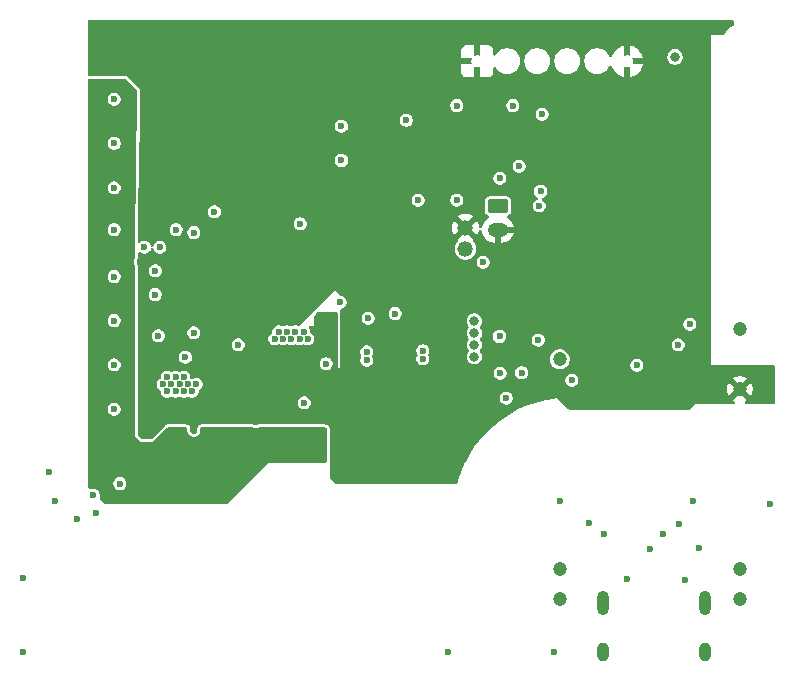
<source format=gbr>
%TF.GenerationSoftware,KiCad,Pcbnew,9.0.2*%
%TF.CreationDate,2025-12-06T18:07:06+09:00*%
%TF.ProjectId,ECG,4543472e-6b69-4636-9164-5f7063625858,rev?*%
%TF.SameCoordinates,Original*%
%TF.FileFunction,Copper,L2,Inr*%
%TF.FilePolarity,Positive*%
%FSLAX46Y46*%
G04 Gerber Fmt 4.6, Leading zero omitted, Abs format (unit mm)*
G04 Created by KiCad (PCBNEW 9.0.2) date 2025-12-06 18:07:06*
%MOMM*%
%LPD*%
G01*
G04 APERTURE LIST*
G04 Aperture macros list*
%AMRoundRect*
0 Rectangle with rounded corners*
0 $1 Rounding radius*
0 $2 $3 $4 $5 $6 $7 $8 $9 X,Y pos of 4 corners*
0 Add a 4 corners polygon primitive as box body*
4,1,4,$2,$3,$4,$5,$6,$7,$8,$9,$2,$3,0*
0 Add four circle primitives for the rounded corners*
1,1,$1+$1,$2,$3*
1,1,$1+$1,$4,$5*
1,1,$1+$1,$6,$7*
1,1,$1+$1,$8,$9*
0 Add four rect primitives between the rounded corners*
20,1,$1+$1,$2,$3,$4,$5,0*
20,1,$1+$1,$4,$5,$6,$7,0*
20,1,$1+$1,$6,$7,$8,$9,0*
20,1,$1+$1,$8,$9,$2,$3,0*%
G04 Aperture macros list end*
%TA.AperFunction,HeatsinkPad*%
%ADD10C,0.600000*%
%TD*%
%TA.AperFunction,ComponentPad*%
%ADD11O,1.000000X2.100000*%
%TD*%
%TA.AperFunction,ComponentPad*%
%ADD12O,1.000000X1.600000*%
%TD*%
%TA.AperFunction,ComponentPad*%
%ADD13C,1.320000*%
%TD*%
%TA.AperFunction,ComponentPad*%
%ADD14C,1.200000*%
%TD*%
%TA.AperFunction,ComponentPad*%
%ADD15RoundRect,0.250000X-0.625000X0.350000X-0.625000X-0.350000X0.625000X-0.350000X0.625000X0.350000X0*%
%TD*%
%TA.AperFunction,ComponentPad*%
%ADD16O,1.750000X1.200000*%
%TD*%
%TA.AperFunction,ViaPad*%
%ADD17C,0.600000*%
%TD*%
%TA.AperFunction,ViaPad*%
%ADD18C,0.800000*%
%TD*%
G04 APERTURE END LIST*
D10*
%TO.N,GNDPWR*%
%TO.C,U2*%
X187250000Y-81110000D03*
X186150000Y-81110000D03*
X187800000Y-81660000D03*
X186700000Y-81660000D03*
X185600000Y-81660000D03*
X187250000Y-82210000D03*
X186150000Y-82210000D03*
X187800000Y-82760000D03*
X186700000Y-82760000D03*
X185600000Y-82760000D03*
X187250000Y-83310000D03*
X186150000Y-83310000D03*
%TD*%
D11*
%TO.N,GND2*%
%TO.C,J2*%
X184930000Y-115370000D03*
D12*
X184930000Y-119550000D03*
D11*
X193570000Y-115370000D03*
D12*
X193570000Y-119550000D03*
%TD*%
D13*
%TO.N,Net-(IC11-TS{slash}MR)*%
%TO.C,TH1*%
X173250000Y-85400000D03*
%TO.N,GNDPWR*%
X173250000Y-83600000D03*
%TD*%
D14*
%TO.N,GND2*%
%TO.C,PS2*%
X181225000Y-115055000D03*
X181225000Y-112515000D03*
%TO.N,Net-(PS2-TRIM)*%
X181225000Y-94735000D03*
%TO.N,Net-(IC11-IN)*%
X196465000Y-92195000D03*
%TO.N,GNDPWR*%
X196465000Y-97275000D03*
%TO.N,Net-(PS2-+VIN_1)*%
X196465000Y-112515000D03*
X196465000Y-115055000D03*
%TD*%
D15*
%TO.N,Net-(BT1-+)*%
%TO.C,BT1*%
X176000000Y-81749999D03*
D16*
%TO.N,GNDPWR*%
X176000000Y-83750000D03*
%TD*%
D17*
%TO.N,+BATT*%
X165000000Y-91249998D03*
X172500000Y-81250000D03*
X176194835Y-95917473D03*
X172500000Y-73250000D03*
X167289359Y-90860705D03*
X177997499Y-95864382D03*
%TO.N,GNDPWR*%
X163700000Y-74900000D03*
X156500000Y-96250000D03*
X167650000Y-93600000D03*
X153750000Y-85000000D03*
X153750000Y-92500000D03*
X169308500Y-70408500D03*
D18*
X162500000Y-104000000D03*
D17*
X178500000Y-84750000D03*
X163750000Y-79500000D03*
X145400000Y-70466000D03*
X170500000Y-90999999D03*
X177000000Y-90150000D03*
X183250000Y-84500000D03*
X148250000Y-82250000D03*
X171750000Y-119500000D03*
X171999999Y-92499999D03*
X166000000Y-101500000D03*
X167650000Y-92900000D03*
X166950000Y-93600001D03*
X135750000Y-113250000D03*
X174249999Y-99250000D03*
X177050000Y-93900000D03*
X160750000Y-96900000D03*
X154300000Y-94900000D03*
X172000000Y-90999999D03*
X184500000Y-85750000D03*
X168750000Y-87500000D03*
X156500000Y-95250000D03*
X171500000Y-81000000D03*
X164050000Y-90999999D03*
X195600000Y-66300000D03*
X146000000Y-90000000D03*
X164228480Y-82726032D03*
X161700000Y-91000000D03*
X163300000Y-90999999D03*
X192250000Y-74000000D03*
X160950000Y-91000000D03*
X153750000Y-91250000D03*
X177200000Y-74500000D03*
X145849000Y-97881000D03*
X144000000Y-105250000D03*
X173500000Y-102250000D03*
X153500000Y-82250000D03*
X145977380Y-82897620D03*
X175249999Y-92105520D03*
X146000000Y-79750000D03*
X177600000Y-66500000D03*
X162150000Y-96900000D03*
X141750000Y-106250000D03*
X148400000Y-70466000D03*
X174250000Y-90250000D03*
X146000000Y-74750000D03*
X181000000Y-78500000D03*
X160400000Y-70466000D03*
X150250000Y-100750000D03*
X162150000Y-98100000D03*
X163250000Y-82500000D03*
X153000000Y-86250000D03*
D18*
X164500000Y-104000000D03*
D17*
X187750000Y-94250000D03*
X151500000Y-86250000D03*
X166950001Y-92900000D03*
X169000000Y-75000000D03*
X161100000Y-97500000D03*
X142000000Y-107750000D03*
X172000000Y-91749999D03*
X159250000Y-91250000D03*
X160750000Y-98100000D03*
X153250000Y-95500000D03*
X186250000Y-92750000D03*
X189000000Y-84000000D03*
X146000000Y-94750000D03*
X160800000Y-72900000D03*
X165750000Y-79500000D03*
X184800000Y-71100000D03*
X146000000Y-76000000D03*
X165049999Y-87549999D03*
X171000000Y-89000000D03*
X151400000Y-70466000D03*
X174250000Y-98500000D03*
X149500000Y-79000000D03*
X135750000Y-119500000D03*
X175250000Y-95250000D03*
X190400000Y-71100000D03*
X161800000Y-97500000D03*
X155500000Y-98250000D03*
X161450000Y-96900000D03*
X145709894Y-86481836D03*
X142400000Y-70466000D03*
X172500000Y-89000000D03*
X160400000Y-97500000D03*
X193000000Y-67800000D03*
X141595495Y-66345045D03*
X177750000Y-93900000D03*
X151500000Y-90250000D03*
X146000000Y-72250000D03*
X171250000Y-90999999D03*
X146000000Y-101000000D03*
X161450000Y-98100000D03*
X138500000Y-106750000D03*
X146000000Y-93500000D03*
X193700000Y-74000000D03*
X153950000Y-95500000D03*
X162850000Y-96900000D03*
X184325000Y-95475000D03*
X193700000Y-88750000D03*
X155750000Y-83250000D03*
X154300000Y-96100000D03*
X153600000Y-96100000D03*
X147750000Y-99250000D03*
X164750000Y-73250000D03*
X157400000Y-70466000D03*
X154400000Y-70466000D03*
X146000000Y-91000000D03*
X162500000Y-97500000D03*
X140325000Y-108250000D03*
X146000000Y-78500000D03*
X174250000Y-97750000D03*
X163200000Y-97500000D03*
X153600000Y-94900000D03*
X174750000Y-87500000D03*
X155500000Y-100000000D03*
X162850000Y-98100000D03*
X154650000Y-95500000D03*
X167000000Y-81000000D03*
X187000000Y-79500000D03*
X178250000Y-83750000D03*
X180800000Y-71300000D03*
D18*
%TO.N,VDD*%
X174000000Y-92500000D03*
D17*
X152000000Y-82250000D03*
X192250000Y-91750000D03*
D18*
X174000000Y-91500000D03*
X174000000Y-94500000D03*
X174000000Y-93500000D03*
D17*
X159250000Y-83250000D03*
D18*
X191000000Y-69125000D03*
D17*
%TO.N,VCC*%
X143500000Y-83750000D03*
X157100000Y-93000000D03*
X157450000Y-92400000D03*
X143500000Y-80225000D03*
X157800000Y-93000000D03*
X143500000Y-72700000D03*
X138000000Y-104250000D03*
X159200000Y-93000000D03*
X143500000Y-87725000D03*
X154000000Y-93500000D03*
X159900000Y-93000000D03*
X158500000Y-93000000D03*
X158150000Y-92400000D03*
X143500000Y-98950000D03*
X143519309Y-76450000D03*
X159550000Y-92400000D03*
X158850000Y-92400000D03*
X143500000Y-91450000D03*
X143500000Y-95200000D03*
%TO.N,VSS*%
X143500000Y-82175000D03*
X143500906Y-74675000D03*
X143500000Y-89708323D03*
X157000000Y-103150000D03*
X142750000Y-106500000D03*
X143500000Y-78425000D03*
X143500000Y-85925000D03*
X158400000Y-103150000D03*
X158050000Y-102550000D03*
X143500000Y-93400000D03*
X158750000Y-102550000D03*
X157700000Y-103150000D03*
X157350000Y-102550000D03*
X143500000Y-97175000D03*
X160850000Y-102550000D03*
X159100000Y-103150000D03*
X160150000Y-102550000D03*
X160500000Y-103150000D03*
X159450000Y-102550000D03*
X159800000Y-103150000D03*
X143500000Y-100925000D03*
X161200000Y-103150000D03*
%TO.N,+5V*%
X164900000Y-94800000D03*
X159601011Y-98431771D03*
X169650000Y-94699999D03*
X162640409Y-89890409D03*
X161450000Y-95099998D03*
X169650000Y-94000000D03*
X164900000Y-94099999D03*
%TO.N,GND*%
X150250000Y-84000000D03*
X148000000Y-97450000D03*
X146074000Y-85250000D03*
X147000000Y-87250000D03*
X148750000Y-83750000D03*
X150250000Y-92500000D03*
X149050000Y-96850000D03*
X149543141Y-94543141D03*
X150100000Y-97450000D03*
X148000000Y-96250000D03*
X147375000Y-85250000D03*
X148700000Y-96250000D03*
X147000000Y-89250000D03*
X149400000Y-96250000D03*
X149400000Y-97450000D03*
X150450000Y-96850000D03*
X147250000Y-92750000D03*
X149750000Y-96850000D03*
X148700000Y-97450000D03*
X148350000Y-96850000D03*
X147650000Y-96850000D03*
%TO.N,Net-(D5-A)*%
X177250000Y-73250000D03*
X179500000Y-81750000D03*
%TO.N,Net-(IC11-IN)*%
X182250000Y-96500000D03*
X176133736Y-92800002D03*
X191250000Y-93500000D03*
X174750000Y-86500000D03*
X187750000Y-95250000D03*
%TO.N,Net-(BT1-+)*%
X179424000Y-93100000D03*
X176719030Y-98014294D03*
%TO.N,Net-(PS2-+VIN_1)*%
X184945000Y-109500000D03*
X186945000Y-113300000D03*
X191845000Y-113400000D03*
%TO.N,GND2*%
X192500000Y-106750000D03*
X199000000Y-107000000D03*
X193000000Y-110700000D03*
X181250000Y-106750000D03*
X183670000Y-108620000D03*
X191290000Y-108640000D03*
X180750000Y-119500000D03*
%TO.N,Net-(U3-UD+)*%
X188849999Y-110819238D03*
X190004620Y-109535380D03*
%TO.N,SCL*%
X169250000Y-81250000D03*
X168250000Y-74500000D03*
%TO.N,PWR-OFF*%
X177798498Y-78400000D03*
X176156463Y-79402000D03*
%TO.N,Net-(LED10-DI)*%
X179604071Y-80523311D03*
X179750000Y-74000000D03*
%TO.N,Net-(U2-EN)*%
X162750000Y-75000000D03*
X162750000Y-77900000D03*
%TD*%
%TA.AperFunction,Conductor*%
%TO.N,VSS*%
G36*
X142281714Y-71004225D02*
G01*
X142288111Y-71005939D01*
X142327525Y-71016500D01*
X142327527Y-71016500D01*
X142472473Y-71016500D01*
X142472475Y-71016500D01*
X142513086Y-71005617D01*
X142518286Y-71004225D01*
X142550379Y-71000000D01*
X144431689Y-71000000D01*
X144498728Y-71019685D01*
X144519370Y-71036319D01*
X145429191Y-71946140D01*
X145444377Y-71973952D01*
X145461062Y-72000908D01*
X145461654Y-72005592D01*
X145462676Y-72007463D01*
X145465492Y-72035923D01*
X145464268Y-72108117D01*
X145460062Y-72138105D01*
X145449500Y-72177526D01*
X145449500Y-72322476D01*
X145455471Y-72344760D01*
X145459678Y-72378953D01*
X145250000Y-84749987D01*
X145250000Y-86144170D01*
X145233388Y-86206169D01*
X145196910Y-86269350D01*
X145196910Y-86269351D01*
X145159394Y-86409361D01*
X145159394Y-86554311D01*
X145193834Y-86682842D01*
X145196911Y-86694325D01*
X145196912Y-86694326D01*
X145233386Y-86757499D01*
X145250000Y-86819500D01*
X145250000Y-101250000D01*
X145750000Y-101750000D01*
X146750000Y-101750000D01*
X147963681Y-100536319D01*
X148025004Y-100502834D01*
X148051362Y-100500000D01*
X149585468Y-100500000D01*
X149652507Y-100519685D01*
X149698262Y-100572489D01*
X149708206Y-100641647D01*
X149705243Y-100656089D01*
X149699500Y-100677525D01*
X149699500Y-100822475D01*
X149737016Y-100962485D01*
X149737017Y-100962488D01*
X149809488Y-101088011D01*
X149809490Y-101088013D01*
X149809491Y-101088015D01*
X149911985Y-101190509D01*
X149911986Y-101190510D01*
X149911988Y-101190511D01*
X150037511Y-101262982D01*
X150037512Y-101262982D01*
X150037515Y-101262984D01*
X150177525Y-101300500D01*
X150177528Y-101300500D01*
X150322472Y-101300500D01*
X150322475Y-101300500D01*
X150462485Y-101262984D01*
X150588015Y-101190509D01*
X150690509Y-101088015D01*
X150762984Y-100962485D01*
X150800500Y-100822475D01*
X150800500Y-100677525D01*
X150794757Y-100656092D01*
X150796420Y-100586243D01*
X150835583Y-100528381D01*
X150899811Y-100500877D01*
X150914532Y-100500000D01*
X155231801Y-100500000D01*
X155278867Y-100512618D01*
X155280005Y-100509873D01*
X155287513Y-100512983D01*
X155287515Y-100512984D01*
X155427525Y-100550500D01*
X155427528Y-100550500D01*
X155572472Y-100550500D01*
X155572475Y-100550500D01*
X155712485Y-100512984D01*
X155712488Y-100512981D01*
X155719995Y-100509873D01*
X155721132Y-100512618D01*
X155768199Y-100500000D01*
X161376000Y-100500000D01*
X161443039Y-100519685D01*
X161488794Y-100572489D01*
X161500000Y-100624000D01*
X161500000Y-103376000D01*
X161480315Y-103443039D01*
X161427511Y-103488794D01*
X161376000Y-103500000D01*
X156499999Y-103500000D01*
X153036319Y-106963681D01*
X152974996Y-106997166D01*
X152948638Y-107000000D01*
X142801362Y-107000000D01*
X142734323Y-106980315D01*
X142713681Y-106963681D01*
X142302935Y-106552935D01*
X142269450Y-106491612D01*
X142270840Y-106433162D01*
X142300500Y-106322475D01*
X142300500Y-106177525D01*
X142262984Y-106037515D01*
X142190509Y-105911985D01*
X142088015Y-105809491D01*
X142088013Y-105809490D01*
X142088011Y-105809488D01*
X141962488Y-105737017D01*
X141962489Y-105737017D01*
X141947751Y-105733068D01*
X141822475Y-105699500D01*
X141677525Y-105699500D01*
X141566837Y-105729158D01*
X141554838Y-105728873D01*
X141543592Y-105733068D01*
X141520557Y-105728057D01*
X141496990Y-105727496D01*
X141485342Y-105720396D01*
X141475319Y-105718216D01*
X141447065Y-105697065D01*
X141286319Y-105536319D01*
X141252834Y-105474996D01*
X141250000Y-105448638D01*
X141250000Y-105177525D01*
X143449500Y-105177525D01*
X143449500Y-105322475D01*
X143483306Y-105448638D01*
X143487017Y-105462488D01*
X143559488Y-105588011D01*
X143559490Y-105588013D01*
X143559491Y-105588015D01*
X143661985Y-105690509D01*
X143661986Y-105690510D01*
X143661988Y-105690511D01*
X143787511Y-105762982D01*
X143787512Y-105762982D01*
X143787515Y-105762984D01*
X143927525Y-105800500D01*
X143927528Y-105800500D01*
X144072472Y-105800500D01*
X144072475Y-105800500D01*
X144212485Y-105762984D01*
X144338015Y-105690509D01*
X144440509Y-105588015D01*
X144512984Y-105462485D01*
X144550500Y-105322475D01*
X144550500Y-105177525D01*
X144512984Y-105037515D01*
X144440509Y-104911985D01*
X144338015Y-104809491D01*
X144338013Y-104809490D01*
X144338011Y-104809488D01*
X144212488Y-104737017D01*
X144212489Y-104737017D01*
X144201006Y-104733940D01*
X144072475Y-104699500D01*
X143927525Y-104699500D01*
X143798993Y-104733940D01*
X143787511Y-104737017D01*
X143661988Y-104809488D01*
X143661982Y-104809493D01*
X143559493Y-104911982D01*
X143559488Y-104911988D01*
X143487017Y-105037511D01*
X143487016Y-105037515D01*
X143449500Y-105177525D01*
X141250000Y-105177525D01*
X141250000Y-98877525D01*
X142949500Y-98877525D01*
X142949500Y-99022475D01*
X142987016Y-99162485D01*
X142987017Y-99162488D01*
X143059488Y-99288011D01*
X143059490Y-99288013D01*
X143059491Y-99288015D01*
X143161985Y-99390509D01*
X143161986Y-99390510D01*
X143161988Y-99390511D01*
X143287511Y-99462982D01*
X143287512Y-99462982D01*
X143287515Y-99462984D01*
X143427525Y-99500500D01*
X143427528Y-99500500D01*
X143572472Y-99500500D01*
X143572475Y-99500500D01*
X143712485Y-99462984D01*
X143838015Y-99390509D01*
X143940509Y-99288015D01*
X144012984Y-99162485D01*
X144050500Y-99022475D01*
X144050500Y-98877525D01*
X144012984Y-98737515D01*
X143940509Y-98611985D01*
X143838015Y-98509491D01*
X143838013Y-98509490D01*
X143838011Y-98509488D01*
X143712488Y-98437017D01*
X143712489Y-98437017D01*
X143691899Y-98431500D01*
X143572475Y-98399500D01*
X143427525Y-98399500D01*
X143308101Y-98431500D01*
X143287511Y-98437017D01*
X143161988Y-98509488D01*
X143161982Y-98509493D01*
X143059493Y-98611982D01*
X143059488Y-98611988D01*
X142987017Y-98737511D01*
X142987016Y-98737515D01*
X142949500Y-98877525D01*
X141250000Y-98877525D01*
X141250000Y-95127525D01*
X142949500Y-95127525D01*
X142949500Y-95272475D01*
X142962898Y-95322475D01*
X142987017Y-95412488D01*
X143059488Y-95538011D01*
X143059490Y-95538013D01*
X143059491Y-95538015D01*
X143161985Y-95640509D01*
X143161986Y-95640510D01*
X143161988Y-95640511D01*
X143287511Y-95712982D01*
X143287512Y-95712982D01*
X143287515Y-95712984D01*
X143427525Y-95750500D01*
X143427528Y-95750500D01*
X143572472Y-95750500D01*
X143572475Y-95750500D01*
X143712485Y-95712984D01*
X143838015Y-95640509D01*
X143940509Y-95538015D01*
X144012984Y-95412485D01*
X144050500Y-95272475D01*
X144050500Y-95127525D01*
X144012984Y-94987515D01*
X144010403Y-94983045D01*
X143940511Y-94861988D01*
X143940506Y-94861982D01*
X143838017Y-94759493D01*
X143838011Y-94759488D01*
X143712488Y-94687017D01*
X143712489Y-94687017D01*
X143701006Y-94683940D01*
X143572475Y-94649500D01*
X143427525Y-94649500D01*
X143298993Y-94683940D01*
X143287511Y-94687017D01*
X143161988Y-94759488D01*
X143161982Y-94759493D01*
X143059493Y-94861982D01*
X143059488Y-94861988D01*
X142987017Y-94987511D01*
X142987016Y-94987515D01*
X142949500Y-95127525D01*
X141250000Y-95127525D01*
X141250000Y-91377525D01*
X142949500Y-91377525D01*
X142949500Y-91522475D01*
X142967062Y-91588015D01*
X142987017Y-91662488D01*
X143059488Y-91788011D01*
X143059490Y-91788013D01*
X143059491Y-91788015D01*
X143161985Y-91890509D01*
X143161986Y-91890510D01*
X143161988Y-91890511D01*
X143287511Y-91962982D01*
X143287512Y-91962982D01*
X143287515Y-91962984D01*
X143427525Y-92000500D01*
X143427528Y-92000500D01*
X143572472Y-92000500D01*
X143572475Y-92000500D01*
X143712485Y-91962984D01*
X143838015Y-91890509D01*
X143940509Y-91788015D01*
X144012984Y-91662485D01*
X144050500Y-91522475D01*
X144050500Y-91377525D01*
X144012984Y-91237515D01*
X144011516Y-91234973D01*
X143940511Y-91111988D01*
X143940506Y-91111982D01*
X143838017Y-91009493D01*
X143838011Y-91009488D01*
X143712488Y-90937017D01*
X143712489Y-90937017D01*
X143701006Y-90933940D01*
X143572475Y-90899500D01*
X143427525Y-90899500D01*
X143298993Y-90933940D01*
X143287511Y-90937017D01*
X143161988Y-91009488D01*
X143161982Y-91009493D01*
X143059493Y-91111982D01*
X143059488Y-91111988D01*
X142987017Y-91237511D01*
X142987016Y-91237515D01*
X142949500Y-91377525D01*
X141250000Y-91377525D01*
X141250000Y-87652525D01*
X142949500Y-87652525D01*
X142949500Y-87797475D01*
X142950311Y-87800500D01*
X142987017Y-87937488D01*
X143059488Y-88063011D01*
X143059490Y-88063013D01*
X143059491Y-88063015D01*
X143161985Y-88165509D01*
X143161986Y-88165510D01*
X143161988Y-88165511D01*
X143287511Y-88237982D01*
X143287512Y-88237982D01*
X143287515Y-88237984D01*
X143427525Y-88275500D01*
X143427528Y-88275500D01*
X143572472Y-88275500D01*
X143572475Y-88275500D01*
X143712485Y-88237984D01*
X143838015Y-88165509D01*
X143940509Y-88063015D01*
X144012984Y-87937485D01*
X144050500Y-87797475D01*
X144050500Y-87652525D01*
X144012984Y-87512515D01*
X143940509Y-87386985D01*
X143838015Y-87284491D01*
X143838013Y-87284490D01*
X143838011Y-87284488D01*
X143712488Y-87212017D01*
X143712489Y-87212017D01*
X143701006Y-87208940D01*
X143572475Y-87174500D01*
X143427525Y-87174500D01*
X143298993Y-87208940D01*
X143287511Y-87212017D01*
X143161988Y-87284488D01*
X143161982Y-87284493D01*
X143059493Y-87386982D01*
X143059488Y-87386988D01*
X142987017Y-87512511D01*
X142987016Y-87512515D01*
X142949500Y-87652525D01*
X141250000Y-87652525D01*
X141250000Y-83677525D01*
X142949500Y-83677525D01*
X142949500Y-83822475D01*
X142987016Y-83962485D01*
X142987017Y-83962488D01*
X143059488Y-84088011D01*
X143059490Y-84088013D01*
X143059491Y-84088015D01*
X143161985Y-84190509D01*
X143161986Y-84190510D01*
X143161988Y-84190511D01*
X143287511Y-84262982D01*
X143287512Y-84262982D01*
X143287515Y-84262984D01*
X143427525Y-84300500D01*
X143427528Y-84300500D01*
X143572472Y-84300500D01*
X143572475Y-84300500D01*
X143712485Y-84262984D01*
X143838015Y-84190509D01*
X143940509Y-84088015D01*
X144012984Y-83962485D01*
X144050500Y-83822475D01*
X144050500Y-83677525D01*
X144012984Y-83537515D01*
X143983828Y-83487016D01*
X143940511Y-83411988D01*
X143940506Y-83411982D01*
X143838017Y-83309493D01*
X143838011Y-83309488D01*
X143712488Y-83237017D01*
X143712489Y-83237017D01*
X143701006Y-83233940D01*
X143572475Y-83199500D01*
X143427525Y-83199500D01*
X143298993Y-83233940D01*
X143287511Y-83237017D01*
X143161988Y-83309488D01*
X143161982Y-83309493D01*
X143059493Y-83411982D01*
X143059488Y-83411988D01*
X142987017Y-83537511D01*
X142987016Y-83537515D01*
X142949500Y-83677525D01*
X141250000Y-83677525D01*
X141250000Y-80152525D01*
X142949500Y-80152525D01*
X142949500Y-80297475D01*
X142950311Y-80300500D01*
X142987017Y-80437488D01*
X143059488Y-80563011D01*
X143059490Y-80563013D01*
X143059491Y-80563015D01*
X143161985Y-80665509D01*
X143161986Y-80665510D01*
X143161988Y-80665511D01*
X143287511Y-80737982D01*
X143287512Y-80737982D01*
X143287515Y-80737984D01*
X143427525Y-80775500D01*
X143427528Y-80775500D01*
X143572472Y-80775500D01*
X143572475Y-80775500D01*
X143712485Y-80737984D01*
X143838015Y-80665509D01*
X143940509Y-80563015D01*
X144012984Y-80437485D01*
X144050500Y-80297475D01*
X144050500Y-80152525D01*
X144012984Y-80012515D01*
X143940509Y-79886985D01*
X143838015Y-79784491D01*
X143838013Y-79784490D01*
X143838011Y-79784488D01*
X143712488Y-79712017D01*
X143712489Y-79712017D01*
X143701006Y-79708940D01*
X143572475Y-79674500D01*
X143427525Y-79674500D01*
X143298993Y-79708940D01*
X143287511Y-79712017D01*
X143161988Y-79784488D01*
X143161982Y-79784493D01*
X143059493Y-79886982D01*
X143059488Y-79886988D01*
X142987017Y-80012511D01*
X142987016Y-80012515D01*
X142949500Y-80152525D01*
X141250000Y-80152525D01*
X141250000Y-76377525D01*
X142968809Y-76377525D01*
X142968809Y-76522475D01*
X143006325Y-76662485D01*
X143006326Y-76662488D01*
X143078797Y-76788011D01*
X143078799Y-76788013D01*
X143078800Y-76788015D01*
X143181294Y-76890509D01*
X143181295Y-76890510D01*
X143181297Y-76890511D01*
X143306820Y-76962982D01*
X143306821Y-76962982D01*
X143306824Y-76962984D01*
X143446834Y-77000500D01*
X143446837Y-77000500D01*
X143591781Y-77000500D01*
X143591784Y-77000500D01*
X143731794Y-76962984D01*
X143857324Y-76890509D01*
X143959818Y-76788015D01*
X144032293Y-76662485D01*
X144069809Y-76522475D01*
X144069809Y-76377525D01*
X144032293Y-76237515D01*
X143959818Y-76111985D01*
X143857324Y-76009491D01*
X143857322Y-76009490D01*
X143857320Y-76009488D01*
X143731797Y-75937017D01*
X143731798Y-75937017D01*
X143720315Y-75933940D01*
X143591784Y-75899500D01*
X143446834Y-75899500D01*
X143318302Y-75933940D01*
X143306820Y-75937017D01*
X143181297Y-76009488D01*
X143181291Y-76009493D01*
X143078802Y-76111982D01*
X143078797Y-76111988D01*
X143006326Y-76237511D01*
X143006325Y-76237515D01*
X142968809Y-76377525D01*
X141250000Y-76377525D01*
X141250000Y-72627525D01*
X142949500Y-72627525D01*
X142949500Y-72772475D01*
X142964251Y-72827525D01*
X142987017Y-72912488D01*
X143059488Y-73038011D01*
X143059490Y-73038013D01*
X143059491Y-73038015D01*
X143161985Y-73140509D01*
X143161986Y-73140510D01*
X143161988Y-73140511D01*
X143287511Y-73212982D01*
X143287512Y-73212982D01*
X143287515Y-73212984D01*
X143427525Y-73250500D01*
X143427528Y-73250500D01*
X143572472Y-73250500D01*
X143572475Y-73250500D01*
X143712485Y-73212984D01*
X143838015Y-73140509D01*
X143940509Y-73038015D01*
X144012984Y-72912485D01*
X144050500Y-72772475D01*
X144050500Y-72627525D01*
X144012984Y-72487515D01*
X143996804Y-72459491D01*
X143940511Y-72361988D01*
X143940506Y-72361982D01*
X143838017Y-72259493D01*
X143838011Y-72259488D01*
X143712488Y-72187017D01*
X143712489Y-72187017D01*
X143677068Y-72177526D01*
X143572475Y-72149500D01*
X143427525Y-72149500D01*
X143322932Y-72177526D01*
X143287511Y-72187017D01*
X143161988Y-72259488D01*
X143161982Y-72259493D01*
X143059493Y-72361982D01*
X143059488Y-72361988D01*
X142987017Y-72487511D01*
X142987016Y-72487515D01*
X142949500Y-72627525D01*
X141250000Y-72627525D01*
X141250000Y-71124000D01*
X141269685Y-71056961D01*
X141322489Y-71011206D01*
X141374000Y-71000000D01*
X142249621Y-71000000D01*
X142281714Y-71004225D01*
G37*
%TD.AperFunction*%
%TD*%
%TA.AperFunction,Conductor*%
%TO.N,GNDPWR*%
G36*
X195943039Y-66020185D02*
G01*
X195988794Y-66072989D01*
X196000000Y-66124500D01*
X196000000Y-66407104D01*
X195980315Y-66474143D01*
X195938000Y-66514491D01*
X195747013Y-66624757D01*
X195746997Y-66624768D01*
X195512959Y-66804352D01*
X195512952Y-66804358D01*
X195304358Y-67012952D01*
X195159690Y-67201487D01*
X195103262Y-67242689D01*
X195061314Y-67250000D01*
X194000000Y-67250000D01*
X194000000Y-95250000D01*
X199375500Y-95250000D01*
X199442539Y-95269685D01*
X199488294Y-95322489D01*
X199499500Y-95374000D01*
X199499500Y-98376000D01*
X199479815Y-98443039D01*
X199427011Y-98488794D01*
X199375500Y-98500000D01*
X197000257Y-98500000D01*
X196933218Y-98480315D01*
X196887463Y-98427511D01*
X196877519Y-98358353D01*
X196906544Y-98294797D01*
X196943962Y-98265515D01*
X197041525Y-98215803D01*
X197047736Y-98211289D01*
X197047737Y-98211289D01*
X196465001Y-97628553D01*
X196465000Y-97628553D01*
X195882261Y-98211289D01*
X195882262Y-98211290D01*
X195888471Y-98215801D01*
X195986038Y-98265515D01*
X196036834Y-98313490D01*
X196053629Y-98381311D01*
X196031091Y-98447446D01*
X195976376Y-98490897D01*
X195929743Y-98500000D01*
X192749999Y-98500000D01*
X192286319Y-98963681D01*
X192224996Y-98997166D01*
X192198638Y-99000000D01*
X182049665Y-99000000D01*
X181982626Y-98980315D01*
X181964067Y-98965716D01*
X181005218Y-98050880D01*
X180695778Y-98085095D01*
X180081749Y-98188008D01*
X179475531Y-98329892D01*
X179475525Y-98329893D01*
X178879584Y-98510173D01*
X178296358Y-98728114D01*
X177728235Y-98982822D01*
X177177534Y-99273255D01*
X177177530Y-99273257D01*
X176646471Y-99598244D01*
X176137239Y-99956451D01*
X176137208Y-99956474D01*
X175651895Y-100346424D01*
X175651888Y-100346430D01*
X175651881Y-100346436D01*
X175368816Y-100605276D01*
X175240499Y-100722612D01*
X175192409Y-100766586D01*
X174760681Y-101215198D01*
X174760676Y-101215203D01*
X174760673Y-101215207D01*
X174358464Y-101690436D01*
X174172920Y-101940415D01*
X173987381Y-102190386D01*
X173987376Y-102190394D01*
X173648965Y-102712977D01*
X173648951Y-102713001D01*
X173344579Y-103256108D01*
X173344576Y-103256115D01*
X173344574Y-103256119D01*
X173252610Y-103447985D01*
X173075462Y-103817571D01*
X173075462Y-103817572D01*
X172842730Y-104395036D01*
X172842725Y-104395051D01*
X172647320Y-104986173D01*
X172647309Y-104986210D01*
X172602629Y-105157327D01*
X172566647Y-105217219D01*
X172503996Y-105248149D01*
X172482652Y-105250000D01*
X162301362Y-105250000D01*
X162234323Y-105230315D01*
X162213681Y-105213681D01*
X161786319Y-104786319D01*
X161752834Y-104724996D01*
X161750000Y-104698638D01*
X161750000Y-103472472D01*
X161749626Y-103471788D01*
X161748054Y-103427786D01*
X161755500Y-103376000D01*
X161755500Y-100624000D01*
X161749661Y-100569687D01*
X161738455Y-100518176D01*
X161731219Y-100491802D01*
X161726137Y-100482877D01*
X161681894Y-100405181D01*
X161681890Y-100405176D01*
X161681888Y-100405172D01*
X161638990Y-100355665D01*
X161636136Y-100352371D01*
X161603359Y-100320743D01*
X161515022Y-100274534D01*
X161515022Y-100274533D01*
X161447990Y-100254851D01*
X161447978Y-100254848D01*
X161376001Y-100244500D01*
X161376000Y-100244500D01*
X155768199Y-100244500D01*
X155768190Y-100244500D01*
X155702050Y-100253212D01*
X155702043Y-100253213D01*
X155702039Y-100253214D01*
X155702033Y-100253215D01*
X155702031Y-100253216D01*
X155698274Y-100254223D01*
X155696747Y-100254622D01*
X155646670Y-100267362D01*
X155646356Y-100266190D01*
X155553858Y-100290975D01*
X155553084Y-100291172D01*
X155551913Y-100291129D01*
X155522511Y-100295000D01*
X155477489Y-100295000D01*
X155445395Y-100290775D01*
X155353644Y-100266190D01*
X155319115Y-100256938D01*
X155301719Y-100254222D01*
X155297969Y-100253216D01*
X155297951Y-100253213D01*
X155231804Y-100244500D01*
X155231801Y-100244500D01*
X150914532Y-100244500D01*
X150914529Y-100244500D01*
X150899357Y-100244951D01*
X150899342Y-100244951D01*
X150899338Y-100244952D01*
X150891611Y-100245412D01*
X150884615Y-100245829D01*
X150884609Y-100245830D01*
X150799232Y-100266006D01*
X150799231Y-100266006D01*
X150735016Y-100293504D01*
X150734982Y-100293521D01*
X150694905Y-100315096D01*
X150623992Y-100385169D01*
X150584829Y-100443031D01*
X150562763Y-100482876D01*
X150540991Y-100580163D01*
X150539329Y-100650013D01*
X150539329Y-100650015D01*
X150544123Y-100690105D01*
X150545000Y-100704827D01*
X150545000Y-100772509D01*
X150540774Y-100804605D01*
X150529119Y-100848099D01*
X150516732Y-100878004D01*
X150494219Y-100916997D01*
X150474513Y-100942677D01*
X150442677Y-100974513D01*
X150416996Y-100994219D01*
X150378001Y-101016733D01*
X150348100Y-101029119D01*
X150348098Y-101029120D01*
X150327951Y-101034518D01*
X150304606Y-101040774D01*
X150272513Y-101045000D01*
X150227489Y-101045000D01*
X150195393Y-101040774D01*
X150151900Y-101029119D01*
X150121997Y-101016733D01*
X150102500Y-101005477D01*
X150083002Y-100994219D01*
X150057325Y-100974516D01*
X150025477Y-100942668D01*
X150005776Y-100916993D01*
X149983267Y-100878007D01*
X149983266Y-100878004D01*
X149970879Y-100848098D01*
X149959225Y-100804603D01*
X149955000Y-100772511D01*
X149955000Y-100722612D01*
X149957530Y-100697690D01*
X149957581Y-100697440D01*
X149958493Y-100692997D01*
X149961105Y-100605283D01*
X149951161Y-100536125D01*
X149946919Y-100518176D01*
X149940688Y-100491807D01*
X149940687Y-100491802D01*
X149891356Y-100405172D01*
X149848458Y-100355665D01*
X149845604Y-100352371D01*
X149812827Y-100320743D01*
X149724490Y-100274534D01*
X149724490Y-100274533D01*
X149657458Y-100254851D01*
X149657446Y-100254848D01*
X149585469Y-100244500D01*
X149585468Y-100244500D01*
X148051362Y-100244500D01*
X148051361Y-100244500D01*
X148024065Y-100245963D01*
X148024060Y-100245963D01*
X148024048Y-100245964D01*
X148024040Y-100245964D01*
X148024011Y-100245967D01*
X147997689Y-100248797D01*
X147997687Y-100248798D01*
X147902558Y-100278586D01*
X147902548Y-100278590D01*
X147841238Y-100312068D01*
X147841230Y-100312073D01*
X147783019Y-100355649D01*
X147783001Y-100355665D01*
X146680487Y-101458181D01*
X146619164Y-101491666D01*
X146592806Y-101494500D01*
X145907194Y-101494500D01*
X145840155Y-101474815D01*
X145819513Y-101458181D01*
X145541819Y-101180487D01*
X145508334Y-101119164D01*
X145505500Y-101092806D01*
X145505500Y-98359296D01*
X159050511Y-98359296D01*
X159050511Y-98504246D01*
X159088027Y-98644256D01*
X159088028Y-98644259D01*
X159160499Y-98769782D01*
X159160501Y-98769784D01*
X159160502Y-98769786D01*
X159262996Y-98872280D01*
X159262997Y-98872281D01*
X159262999Y-98872282D01*
X159388522Y-98944753D01*
X159388523Y-98944753D01*
X159388526Y-98944755D01*
X159528536Y-98982271D01*
X159528539Y-98982271D01*
X159673483Y-98982271D01*
X159673486Y-98982271D01*
X159813496Y-98944755D01*
X159939026Y-98872280D01*
X160041520Y-98769786D01*
X160113995Y-98644256D01*
X160151511Y-98504246D01*
X160151511Y-98359296D01*
X160113995Y-98219286D01*
X160109378Y-98211290D01*
X160041522Y-98093759D01*
X160041517Y-98093753D01*
X159939028Y-97991264D01*
X159939022Y-97991259D01*
X159853390Y-97941819D01*
X176168530Y-97941819D01*
X176168530Y-98086769D01*
X176203105Y-98215803D01*
X176206047Y-98226782D01*
X176278518Y-98352305D01*
X176278520Y-98352307D01*
X176278521Y-98352309D01*
X176381015Y-98454803D01*
X176381016Y-98454804D01*
X176381018Y-98454805D01*
X176506541Y-98527276D01*
X176506542Y-98527276D01*
X176506545Y-98527278D01*
X176646555Y-98564794D01*
X176646558Y-98564794D01*
X176791502Y-98564794D01*
X176791505Y-98564794D01*
X176931515Y-98527278D01*
X177057045Y-98454803D01*
X177159539Y-98352309D01*
X177232014Y-98226779D01*
X177269530Y-98086769D01*
X177269530Y-97941819D01*
X177232014Y-97801809D01*
X177159539Y-97676279D01*
X177057045Y-97573785D01*
X177057043Y-97573784D01*
X177057041Y-97573782D01*
X176931518Y-97501311D01*
X176931519Y-97501311D01*
X176888951Y-97489905D01*
X176791505Y-97463794D01*
X176646555Y-97463794D01*
X176549109Y-97489905D01*
X176506541Y-97501311D01*
X176381018Y-97573782D01*
X176381012Y-97573787D01*
X176278523Y-97676276D01*
X176278518Y-97676282D01*
X176206047Y-97801805D01*
X176206046Y-97801809D01*
X176168530Y-97941819D01*
X159853390Y-97941819D01*
X159813499Y-97918788D01*
X159813500Y-97918788D01*
X159802017Y-97915711D01*
X159673486Y-97881271D01*
X159528536Y-97881271D01*
X159400004Y-97915711D01*
X159388522Y-97918788D01*
X159262999Y-97991259D01*
X159262993Y-97991264D01*
X159160504Y-98093753D01*
X159160499Y-98093759D01*
X159088028Y-98219282D01*
X159088027Y-98219286D01*
X159050511Y-98359296D01*
X145505500Y-98359296D01*
X145505500Y-96777525D01*
X147099500Y-96777525D01*
X147099500Y-96922475D01*
X147133805Y-97050500D01*
X147137017Y-97062488D01*
X147209488Y-97188011D01*
X147209490Y-97188013D01*
X147209491Y-97188015D01*
X147311985Y-97290509D01*
X147364932Y-97321078D01*
X147387499Y-97334107D01*
X147435715Y-97384673D01*
X147449500Y-97441494D01*
X147449500Y-97522475D01*
X147470581Y-97601148D01*
X147487017Y-97662488D01*
X147559488Y-97788011D01*
X147559490Y-97788013D01*
X147559491Y-97788015D01*
X147661985Y-97890509D01*
X147661986Y-97890510D01*
X147661988Y-97890511D01*
X147787511Y-97962982D01*
X147787512Y-97962982D01*
X147787515Y-97962984D01*
X147927525Y-98000500D01*
X147927528Y-98000500D01*
X148072472Y-98000500D01*
X148072475Y-98000500D01*
X148212485Y-97962984D01*
X148288001Y-97919384D01*
X148355899Y-97902912D01*
X148411998Y-97919384D01*
X148487515Y-97962984D01*
X148627525Y-98000500D01*
X148627528Y-98000500D01*
X148772472Y-98000500D01*
X148772475Y-98000500D01*
X148912485Y-97962984D01*
X148988001Y-97919384D01*
X149055899Y-97902912D01*
X149111998Y-97919384D01*
X149187515Y-97962984D01*
X149327525Y-98000500D01*
X149327528Y-98000500D01*
X149472472Y-98000500D01*
X149472475Y-98000500D01*
X149612485Y-97962984D01*
X149688001Y-97919384D01*
X149755899Y-97902912D01*
X149811998Y-97919384D01*
X149887515Y-97962984D01*
X150027525Y-98000500D01*
X150027528Y-98000500D01*
X150172472Y-98000500D01*
X150172475Y-98000500D01*
X150312485Y-97962984D01*
X150438015Y-97890509D01*
X150540509Y-97788015D01*
X150612984Y-97662485D01*
X150650500Y-97522475D01*
X150650500Y-97441494D01*
X150670185Y-97374455D01*
X150712501Y-97334107D01*
X150788015Y-97290509D01*
X150890096Y-97188428D01*
X195365000Y-97188428D01*
X195365000Y-97361571D01*
X195392085Y-97532584D01*
X195445592Y-97697259D01*
X195524196Y-97851525D01*
X195528709Y-97857736D01*
X195528709Y-97857737D01*
X196111446Y-97275001D01*
X196111446Y-97274999D01*
X196065369Y-97228922D01*
X196115000Y-97228922D01*
X196115000Y-97321078D01*
X196138852Y-97410095D01*
X196184930Y-97489905D01*
X196250095Y-97555070D01*
X196329905Y-97601148D01*
X196418922Y-97625000D01*
X196511078Y-97625000D01*
X196600095Y-97601148D01*
X196679905Y-97555070D01*
X196745070Y-97489905D01*
X196791148Y-97410095D01*
X196815000Y-97321078D01*
X196815000Y-97274999D01*
X196818553Y-97274999D01*
X196818553Y-97275000D01*
X197401289Y-97857736D01*
X197405803Y-97851525D01*
X197484408Y-97697257D01*
X197537914Y-97532584D01*
X197565000Y-97361571D01*
X197565000Y-97188428D01*
X197537914Y-97017415D01*
X197484408Y-96852742D01*
X197405801Y-96698471D01*
X197401290Y-96692262D01*
X197401289Y-96692261D01*
X196818553Y-97274999D01*
X196815000Y-97274999D01*
X196815000Y-97228922D01*
X196791148Y-97139905D01*
X196745070Y-97060095D01*
X196679905Y-96994930D01*
X196600095Y-96948852D01*
X196511078Y-96925000D01*
X196418922Y-96925000D01*
X196329905Y-96948852D01*
X196250095Y-96994930D01*
X196184930Y-97060095D01*
X196138852Y-97139905D01*
X196115000Y-97228922D01*
X196065369Y-97228922D01*
X195528709Y-96692261D01*
X195528708Y-96692261D01*
X195524203Y-96698463D01*
X195524193Y-96698480D01*
X195445592Y-96852740D01*
X195392085Y-97017415D01*
X195365000Y-97188428D01*
X150890096Y-97188428D01*
X150890509Y-97188015D01*
X150962984Y-97062485D01*
X151000500Y-96922475D01*
X151000500Y-96777525D01*
X150962984Y-96637515D01*
X150925431Y-96572472D01*
X150890511Y-96511988D01*
X150890506Y-96511982D01*
X150788017Y-96409493D01*
X150788011Y-96409488D01*
X150662488Y-96337017D01*
X150662489Y-96337017D01*
X150619671Y-96325544D01*
X150522475Y-96299500D01*
X150377525Y-96299500D01*
X150280329Y-96325544D01*
X150237510Y-96337017D01*
X150237507Y-96337018D01*
X150161998Y-96380614D01*
X150150333Y-96383443D01*
X150140555Y-96390407D01*
X150117008Y-96391528D01*
X150094098Y-96397087D01*
X150081010Y-96393243D01*
X150070764Y-96393732D01*
X150037999Y-96380614D01*
X150012500Y-96365892D01*
X149964284Y-96315325D01*
X149950500Y-96258505D01*
X149950500Y-96177527D01*
X149950500Y-96177525D01*
X149912984Y-96037515D01*
X149885519Y-95989945D01*
X149840511Y-95911988D01*
X149840506Y-95911982D01*
X149773522Y-95844998D01*
X175644335Y-95844998D01*
X175644335Y-95989948D01*
X175667626Y-96076870D01*
X175681852Y-96129961D01*
X175754323Y-96255484D01*
X175754325Y-96255486D01*
X175754326Y-96255488D01*
X175856820Y-96357982D01*
X175856821Y-96357983D01*
X175856823Y-96357984D01*
X175982346Y-96430455D01*
X175982347Y-96430455D01*
X175982350Y-96430457D01*
X176122360Y-96467973D01*
X176122363Y-96467973D01*
X176267307Y-96467973D01*
X176267310Y-96467973D01*
X176407320Y-96430457D01*
X176412398Y-96427525D01*
X181699500Y-96427525D01*
X181699500Y-96572475D01*
X181737016Y-96712485D01*
X181737017Y-96712488D01*
X181809488Y-96838011D01*
X181809490Y-96838013D01*
X181809491Y-96838015D01*
X181911985Y-96940509D01*
X181911986Y-96940510D01*
X181911988Y-96940511D01*
X182037511Y-97012982D01*
X182037512Y-97012982D01*
X182037515Y-97012984D01*
X182177525Y-97050500D01*
X182177528Y-97050500D01*
X182322472Y-97050500D01*
X182322475Y-97050500D01*
X182462485Y-97012984D01*
X182588015Y-96940509D01*
X182690509Y-96838015D01*
X182762984Y-96712485D01*
X182800500Y-96572475D01*
X182800500Y-96427525D01*
X182776701Y-96338708D01*
X195882261Y-96338708D01*
X195882261Y-96338709D01*
X196465000Y-96921446D01*
X196465001Y-96921446D01*
X197047737Y-96338709D01*
X197041525Y-96334196D01*
X196887259Y-96255592D01*
X196722584Y-96202085D01*
X196551571Y-96175000D01*
X196378429Y-96175000D01*
X196207415Y-96202085D01*
X196042740Y-96255592D01*
X195888480Y-96334193D01*
X195888463Y-96334203D01*
X195882261Y-96338708D01*
X182776701Y-96338708D01*
X182762984Y-96287515D01*
X182744494Y-96255490D01*
X182690511Y-96161988D01*
X182690506Y-96161982D01*
X182588017Y-96059493D01*
X182588011Y-96059488D01*
X182462488Y-95987017D01*
X182462489Y-95987017D01*
X182451006Y-95983940D01*
X182322475Y-95949500D01*
X182177525Y-95949500D01*
X182048993Y-95983940D01*
X182037511Y-95987017D01*
X181911988Y-96059488D01*
X181911982Y-96059493D01*
X181809493Y-96161982D01*
X181809488Y-96161988D01*
X181737017Y-96287511D01*
X181737016Y-96287515D01*
X181699500Y-96427525D01*
X176412398Y-96427525D01*
X176532850Y-96357982D01*
X176635344Y-96255488D01*
X176707819Y-96129958D01*
X176745335Y-95989948D01*
X176745335Y-95844998D01*
X176731109Y-95791907D01*
X177446999Y-95791907D01*
X177446999Y-95936857D01*
X177479859Y-96059491D01*
X177484516Y-96076870D01*
X177556987Y-96202393D01*
X177556989Y-96202395D01*
X177556990Y-96202397D01*
X177659484Y-96304891D01*
X177659485Y-96304892D01*
X177659487Y-96304893D01*
X177785010Y-96377364D01*
X177785011Y-96377364D01*
X177785014Y-96377366D01*
X177925024Y-96414882D01*
X177925027Y-96414882D01*
X178069971Y-96414882D01*
X178069974Y-96414882D01*
X178209984Y-96377366D01*
X178335514Y-96304891D01*
X178438008Y-96202397D01*
X178510483Y-96076867D01*
X178547999Y-95936857D01*
X178547999Y-95791907D01*
X178510483Y-95651897D01*
X178509675Y-95650498D01*
X178438010Y-95526370D01*
X178438005Y-95526364D01*
X178335516Y-95423875D01*
X178335510Y-95423870D01*
X178209987Y-95351399D01*
X178209988Y-95351399D01*
X178198505Y-95348322D01*
X178069974Y-95313882D01*
X177925024Y-95313882D01*
X177796492Y-95348322D01*
X177785010Y-95351399D01*
X177659487Y-95423870D01*
X177659481Y-95423875D01*
X177556992Y-95526364D01*
X177556987Y-95526370D01*
X177484516Y-95651893D01*
X177484515Y-95651897D01*
X177446999Y-95791907D01*
X176731109Y-95791907D01*
X176707819Y-95704988D01*
X176704650Y-95699500D01*
X176635346Y-95579461D01*
X176635341Y-95579455D01*
X176532852Y-95476966D01*
X176532846Y-95476961D01*
X176407323Y-95404490D01*
X176407324Y-95404490D01*
X176374243Y-95395626D01*
X176267310Y-95366973D01*
X176122360Y-95366973D01*
X176015427Y-95395626D01*
X175982346Y-95404490D01*
X175856823Y-95476961D01*
X175856817Y-95476966D01*
X175754328Y-95579455D01*
X175754323Y-95579461D01*
X175681852Y-95704984D01*
X175681851Y-95704988D01*
X175644335Y-95844998D01*
X149773522Y-95844998D01*
X149738017Y-95809493D01*
X149738011Y-95809488D01*
X149612488Y-95737017D01*
X149612489Y-95737017D01*
X149601006Y-95733940D01*
X149472475Y-95699500D01*
X149327525Y-95699500D01*
X149198993Y-95733940D01*
X149187511Y-95737017D01*
X149112000Y-95780614D01*
X149044100Y-95797087D01*
X148988000Y-95780614D01*
X148912488Y-95737017D01*
X148912489Y-95737017D01*
X148901006Y-95733940D01*
X148772475Y-95699500D01*
X148627525Y-95699500D01*
X148498993Y-95733940D01*
X148487511Y-95737017D01*
X148412000Y-95780614D01*
X148344100Y-95797087D01*
X148288000Y-95780614D01*
X148212488Y-95737017D01*
X148212489Y-95737017D01*
X148201006Y-95733940D01*
X148072475Y-95699500D01*
X147927525Y-95699500D01*
X147798993Y-95733940D01*
X147787511Y-95737017D01*
X147661988Y-95809488D01*
X147661982Y-95809493D01*
X147559493Y-95911982D01*
X147559488Y-95911988D01*
X147487017Y-96037511D01*
X147487016Y-96037515D01*
X147449500Y-96177525D01*
X147449500Y-96177527D01*
X147449500Y-96258505D01*
X147429815Y-96325544D01*
X147387500Y-96365892D01*
X147311988Y-96409489D01*
X147311982Y-96409493D01*
X147209493Y-96511982D01*
X147209488Y-96511988D01*
X147137017Y-96637511D01*
X147137016Y-96637515D01*
X147099500Y-96777525D01*
X145505500Y-96777525D01*
X145505500Y-94470666D01*
X148992641Y-94470666D01*
X148992641Y-94615616D01*
X149025171Y-94737017D01*
X149030158Y-94755629D01*
X149102629Y-94881152D01*
X149102631Y-94881154D01*
X149102632Y-94881156D01*
X149205126Y-94983650D01*
X149205127Y-94983651D01*
X149205129Y-94983652D01*
X149330652Y-95056123D01*
X149330653Y-95056123D01*
X149330656Y-95056125D01*
X149470666Y-95093641D01*
X149470669Y-95093641D01*
X149615613Y-95093641D01*
X149615616Y-95093641D01*
X149755626Y-95056125D01*
X149805166Y-95027523D01*
X160899500Y-95027523D01*
X160899500Y-95172473D01*
X160927552Y-95277162D01*
X160937017Y-95312486D01*
X161009488Y-95438009D01*
X161009490Y-95438011D01*
X161009491Y-95438013D01*
X161111985Y-95540507D01*
X161111986Y-95540508D01*
X161111988Y-95540509D01*
X161237511Y-95612980D01*
X161237512Y-95612980D01*
X161237515Y-95612982D01*
X161377525Y-95650498D01*
X161377528Y-95650498D01*
X161522472Y-95650498D01*
X161522475Y-95650498D01*
X161662485Y-95612982D01*
X161788015Y-95540507D01*
X161890509Y-95438013D01*
X161962984Y-95312483D01*
X162000500Y-95172473D01*
X162000500Y-95027523D01*
X161962984Y-94887513D01*
X161959311Y-94881152D01*
X161890511Y-94761986D01*
X161890506Y-94761980D01*
X161788017Y-94659491D01*
X161788011Y-94659486D01*
X161662488Y-94587015D01*
X161662489Y-94587015D01*
X161651006Y-94583938D01*
X161522475Y-94549498D01*
X161377525Y-94549498D01*
X161248993Y-94583938D01*
X161237511Y-94587015D01*
X161111988Y-94659486D01*
X161111982Y-94659491D01*
X161009493Y-94761980D01*
X161009488Y-94761986D01*
X160937017Y-94887509D01*
X160937016Y-94887513D01*
X160899500Y-95027523D01*
X149805166Y-95027523D01*
X149881156Y-94983650D01*
X149983650Y-94881156D01*
X150056125Y-94755626D01*
X150093641Y-94615616D01*
X150093641Y-94470666D01*
X150056125Y-94330656D01*
X150045633Y-94312484D01*
X149983652Y-94205129D01*
X149983647Y-94205123D01*
X149881158Y-94102634D01*
X149881152Y-94102629D01*
X149755629Y-94030158D01*
X149755630Y-94030158D01*
X149741564Y-94026389D01*
X149615616Y-93992641D01*
X149470666Y-93992641D01*
X149344718Y-94026389D01*
X149330652Y-94030158D01*
X149205129Y-94102629D01*
X149205123Y-94102634D01*
X149102634Y-94205123D01*
X149102629Y-94205129D01*
X149030158Y-94330652D01*
X149030157Y-94330656D01*
X148992641Y-94470666D01*
X145505500Y-94470666D01*
X145505500Y-93427525D01*
X153449500Y-93427525D01*
X153449500Y-93572475D01*
X153487016Y-93712485D01*
X153487017Y-93712488D01*
X153559488Y-93838011D01*
X153559490Y-93838013D01*
X153559491Y-93838015D01*
X153661985Y-93940509D01*
X153661986Y-93940510D01*
X153661988Y-93940511D01*
X153787511Y-94012982D01*
X153787512Y-94012982D01*
X153787515Y-94012984D01*
X153927525Y-94050500D01*
X153927528Y-94050500D01*
X154072472Y-94050500D01*
X154072475Y-94050500D01*
X154212485Y-94012984D01*
X154338015Y-93940509D01*
X154440509Y-93838015D01*
X154512984Y-93712485D01*
X154550500Y-93572475D01*
X154550500Y-93427525D01*
X154512984Y-93287515D01*
X154485847Y-93240513D01*
X154440511Y-93161988D01*
X154440506Y-93161982D01*
X154338017Y-93059493D01*
X154338015Y-93059491D01*
X154282652Y-93027527D01*
X154281367Y-93026785D01*
X154212485Y-92987016D01*
X154072475Y-92949500D01*
X153927525Y-92949500D01*
X153798993Y-92983940D01*
X153787511Y-92987017D01*
X153661988Y-93059488D01*
X153661982Y-93059493D01*
X153559493Y-93161982D01*
X153559488Y-93161988D01*
X153487017Y-93287511D01*
X153487016Y-93287515D01*
X153449500Y-93427525D01*
X145505500Y-93427525D01*
X145505500Y-92677525D01*
X146699500Y-92677525D01*
X146699500Y-92822475D01*
X146731128Y-92940511D01*
X146737017Y-92962488D01*
X146809488Y-93088011D01*
X146809490Y-93088013D01*
X146809491Y-93088015D01*
X146911985Y-93190509D01*
X146911986Y-93190510D01*
X146911988Y-93190511D01*
X147037511Y-93262982D01*
X147037512Y-93262982D01*
X147037515Y-93262984D01*
X147177525Y-93300500D01*
X147177528Y-93300500D01*
X147322473Y-93300500D01*
X147322475Y-93300500D01*
X147462485Y-93262984D01*
X147588015Y-93190509D01*
X147690509Y-93088015D01*
X147762984Y-92962485D01*
X147800500Y-92822475D01*
X147800500Y-92677525D01*
X147762984Y-92537515D01*
X147699481Y-92427525D01*
X149699500Y-92427525D01*
X149699500Y-92572475D01*
X149737016Y-92712485D01*
X149737017Y-92712488D01*
X149809488Y-92838011D01*
X149809490Y-92838013D01*
X149809491Y-92838015D01*
X149911985Y-92940509D01*
X149911986Y-92940510D01*
X149911988Y-92940511D01*
X150037511Y-93012982D01*
X150037512Y-93012982D01*
X150037515Y-93012984D01*
X150177525Y-93050500D01*
X150177528Y-93050500D01*
X150322472Y-93050500D01*
X150322475Y-93050500D01*
X150462485Y-93012984D01*
X150588015Y-92940509D01*
X150600999Y-92927525D01*
X156549500Y-92927525D01*
X156549500Y-93072475D01*
X156581128Y-93190511D01*
X156587017Y-93212488D01*
X156659488Y-93338011D01*
X156659490Y-93338013D01*
X156659491Y-93338015D01*
X156761985Y-93440509D01*
X156761986Y-93440510D01*
X156761988Y-93440511D01*
X156887511Y-93512982D01*
X156887512Y-93512982D01*
X156887515Y-93512984D01*
X157027525Y-93550500D01*
X157027528Y-93550500D01*
X157172472Y-93550500D01*
X157172475Y-93550500D01*
X157312485Y-93512984D01*
X157388001Y-93469384D01*
X157455899Y-93452912D01*
X157511998Y-93469384D01*
X157587515Y-93512984D01*
X157727525Y-93550500D01*
X157727528Y-93550500D01*
X157872472Y-93550500D01*
X157872475Y-93550500D01*
X158012485Y-93512984D01*
X158088001Y-93469384D01*
X158155899Y-93452912D01*
X158211998Y-93469384D01*
X158287515Y-93512984D01*
X158427525Y-93550500D01*
X158427528Y-93550500D01*
X158572472Y-93550500D01*
X158572475Y-93550500D01*
X158712485Y-93512984D01*
X158788001Y-93469384D01*
X158855899Y-93452912D01*
X158911998Y-93469384D01*
X158987515Y-93512984D01*
X159127525Y-93550500D01*
X159127528Y-93550500D01*
X159272472Y-93550500D01*
X159272475Y-93550500D01*
X159412485Y-93512984D01*
X159488001Y-93469384D01*
X159555899Y-93452912D01*
X159611998Y-93469384D01*
X159687515Y-93512984D01*
X159827525Y-93550500D01*
X159827528Y-93550500D01*
X159972472Y-93550500D01*
X159972475Y-93550500D01*
X160112485Y-93512984D01*
X160238015Y-93440509D01*
X160340509Y-93338015D01*
X160412984Y-93212485D01*
X160450500Y-93072475D01*
X160450500Y-92927525D01*
X160412984Y-92787515D01*
X160398244Y-92761985D01*
X160340511Y-92661988D01*
X160340506Y-92661982D01*
X160238017Y-92559493D01*
X160238015Y-92559491D01*
X160162500Y-92515892D01*
X160114284Y-92465325D01*
X160100500Y-92408505D01*
X160100500Y-92327527D01*
X160100500Y-92327525D01*
X160062984Y-92187515D01*
X160004373Y-92085998D01*
X159987901Y-92018101D01*
X160010753Y-91952074D01*
X160065674Y-91908883D01*
X160111761Y-91900000D01*
X160450000Y-91900000D01*
X160450000Y-91051365D01*
X160469685Y-90984326D01*
X160486321Y-90963681D01*
X160575510Y-90874497D01*
X160713702Y-90736312D01*
X160775024Y-90702831D01*
X160801373Y-90699998D01*
X162325984Y-90699941D01*
X162393023Y-90719623D01*
X162438779Y-90772425D01*
X162449987Y-90823941D01*
X162449999Y-95499999D01*
X162450000Y-95500000D01*
X162450001Y-95500000D01*
X162650000Y-95500000D01*
X162650000Y-94027524D01*
X164349500Y-94027524D01*
X164349500Y-94172474D01*
X164387016Y-94312484D01*
X164387017Y-94312487D01*
X164430614Y-94387999D01*
X164447087Y-94455899D01*
X164430614Y-94511998D01*
X164387018Y-94587507D01*
X164387017Y-94587510D01*
X164387016Y-94587515D01*
X164349500Y-94727525D01*
X164349500Y-94872475D01*
X164387016Y-95012485D01*
X164387017Y-95012488D01*
X164459488Y-95138011D01*
X164459490Y-95138013D01*
X164459491Y-95138015D01*
X164561985Y-95240509D01*
X164561986Y-95240510D01*
X164561988Y-95240511D01*
X164687511Y-95312982D01*
X164687512Y-95312982D01*
X164687515Y-95312984D01*
X164827525Y-95350500D01*
X164827528Y-95350500D01*
X164972472Y-95350500D01*
X164972475Y-95350500D01*
X165112485Y-95312984D01*
X165238015Y-95240509D01*
X165340509Y-95138015D01*
X165412984Y-95012485D01*
X165450500Y-94872475D01*
X165450500Y-94727525D01*
X165412984Y-94587515D01*
X165412981Y-94587510D01*
X165369385Y-94511999D01*
X165352912Y-94444099D01*
X165369385Y-94387999D01*
X165412984Y-94312484D01*
X165450500Y-94172474D01*
X165450500Y-94027524D01*
X165423705Y-93927525D01*
X169099500Y-93927525D01*
X169099500Y-94072475D01*
X169137016Y-94212485D01*
X169180613Y-94287997D01*
X169180614Y-94287998D01*
X169197087Y-94355899D01*
X169180614Y-94411999D01*
X169137017Y-94487510D01*
X169137016Y-94487514D01*
X169099500Y-94627524D01*
X169099500Y-94772474D01*
X169136882Y-94911985D01*
X169137017Y-94912487D01*
X169209488Y-95038010D01*
X169209490Y-95038012D01*
X169209491Y-95038014D01*
X169311985Y-95140508D01*
X169311986Y-95140509D01*
X169311988Y-95140510D01*
X169437511Y-95212981D01*
X169437512Y-95212981D01*
X169437515Y-95212983D01*
X169577525Y-95250499D01*
X169577528Y-95250499D01*
X169722472Y-95250499D01*
X169722475Y-95250499D01*
X169862485Y-95212983D01*
X169988015Y-95140508D01*
X170090509Y-95038014D01*
X170162984Y-94912484D01*
X170200500Y-94772474D01*
X170200500Y-94627524D01*
X170162984Y-94487514D01*
X170119384Y-94411997D01*
X170102912Y-94344100D01*
X170119386Y-94287998D01*
X170162984Y-94212485D01*
X170200500Y-94072475D01*
X170200500Y-93927525D01*
X170162984Y-93787515D01*
X170148245Y-93761987D01*
X170090511Y-93661988D01*
X170090506Y-93661982D01*
X169988017Y-93559493D01*
X169988011Y-93559488D01*
X169862488Y-93487017D01*
X169862489Y-93487017D01*
X169851006Y-93483940D01*
X169722475Y-93449500D01*
X169577525Y-93449500D01*
X169448993Y-93483940D01*
X169437511Y-93487017D01*
X169311988Y-93559488D01*
X169311982Y-93559493D01*
X169209493Y-93661982D01*
X169209488Y-93661988D01*
X169137017Y-93787511D01*
X169137016Y-93787515D01*
X169099500Y-93927525D01*
X165423705Y-93927525D01*
X165412984Y-93887514D01*
X165384403Y-93838011D01*
X165340511Y-93761987D01*
X165340506Y-93761981D01*
X165238017Y-93659492D01*
X165238011Y-93659487D01*
X165112488Y-93587016D01*
X165112489Y-93587016D01*
X165101006Y-93583939D01*
X164972475Y-93549499D01*
X164827525Y-93549499D01*
X164698993Y-93583939D01*
X164687511Y-93587016D01*
X164561988Y-93659487D01*
X164561982Y-93659492D01*
X164459493Y-93761981D01*
X164459488Y-93761987D01*
X164387017Y-93887510D01*
X164387016Y-93887514D01*
X164349500Y-94027524D01*
X162650000Y-94027524D01*
X162650000Y-91177523D01*
X164449500Y-91177523D01*
X164449500Y-91322473D01*
X164487016Y-91462483D01*
X164487017Y-91462486D01*
X164559488Y-91588009D01*
X164559490Y-91588011D01*
X164559491Y-91588013D01*
X164661985Y-91690507D01*
X164661986Y-91690508D01*
X164661988Y-91690509D01*
X164787511Y-91762980D01*
X164787512Y-91762980D01*
X164787515Y-91762982D01*
X164927525Y-91800498D01*
X164927528Y-91800498D01*
X165072472Y-91800498D01*
X165072475Y-91800498D01*
X165212485Y-91762982D01*
X165338015Y-91690507D01*
X165440509Y-91588013D01*
X165454332Y-91564071D01*
X173349499Y-91564071D01*
X173374497Y-91689738D01*
X173374499Y-91689744D01*
X173423533Y-91808124D01*
X173423538Y-91808133D01*
X173494723Y-91914668D01*
X173498589Y-91919379D01*
X173496958Y-91920716D01*
X173525858Y-91973642D01*
X173520874Y-92043334D01*
X173497489Y-92079719D01*
X173498589Y-92080621D01*
X173494723Y-92085331D01*
X173423538Y-92191866D01*
X173423533Y-92191875D01*
X173374499Y-92310255D01*
X173374497Y-92310261D01*
X173349500Y-92435928D01*
X173349500Y-92435931D01*
X173349500Y-92564069D01*
X173349500Y-92564071D01*
X173349499Y-92564071D01*
X173374497Y-92689738D01*
X173374499Y-92689744D01*
X173423533Y-92808124D01*
X173423538Y-92808133D01*
X173494723Y-92914668D01*
X173498589Y-92919379D01*
X173496958Y-92920716D01*
X173525858Y-92973642D01*
X173520874Y-93043334D01*
X173497489Y-93079719D01*
X173498589Y-93080621D01*
X173494723Y-93085331D01*
X173423538Y-93191866D01*
X173423533Y-93191875D01*
X173374499Y-93310255D01*
X173374497Y-93310261D01*
X173349500Y-93435928D01*
X173349500Y-93435931D01*
X173349500Y-93564069D01*
X173349500Y-93564071D01*
X173349499Y-93564071D01*
X173374497Y-93689738D01*
X173374499Y-93689744D01*
X173423533Y-93808124D01*
X173423538Y-93808133D01*
X173494723Y-93914668D01*
X173498589Y-93919379D01*
X173496958Y-93920716D01*
X173525858Y-93973642D01*
X173520874Y-94043334D01*
X173497489Y-94079719D01*
X173498589Y-94080621D01*
X173494723Y-94085331D01*
X173423538Y-94191866D01*
X173423533Y-94191875D01*
X173374499Y-94310255D01*
X173374497Y-94310261D01*
X173349500Y-94435928D01*
X173349500Y-94435931D01*
X173349500Y-94564069D01*
X173349500Y-94564071D01*
X173349499Y-94564071D01*
X173374497Y-94689738D01*
X173374499Y-94689744D01*
X173423533Y-94808124D01*
X173423538Y-94808133D01*
X173494723Y-94914668D01*
X173494726Y-94914672D01*
X173585327Y-95005273D01*
X173585331Y-95005276D01*
X173691866Y-95076461D01*
X173691872Y-95076464D01*
X173691873Y-95076465D01*
X173810256Y-95125501D01*
X173810260Y-95125501D01*
X173810261Y-95125502D01*
X173935928Y-95150500D01*
X173935931Y-95150500D01*
X174064071Y-95150500D01*
X174148615Y-95133682D01*
X174189744Y-95125501D01*
X174308127Y-95076465D01*
X174414669Y-95005276D01*
X174505276Y-94914669D01*
X174576465Y-94808127D01*
X174625501Y-94689744D01*
X174633163Y-94651228D01*
X180374500Y-94651228D01*
X180374500Y-94818771D01*
X180407182Y-94983074D01*
X180407184Y-94983082D01*
X180471295Y-95137860D01*
X180564373Y-95277162D01*
X180682837Y-95395626D01*
X180725112Y-95423873D01*
X180822137Y-95488703D01*
X180976918Y-95552816D01*
X181110858Y-95579458D01*
X181141228Y-95585499D01*
X181141232Y-95585500D01*
X181141233Y-95585500D01*
X181308768Y-95585500D01*
X181308769Y-95585499D01*
X181473082Y-95552816D01*
X181627863Y-95488703D01*
X181767162Y-95395626D01*
X181885626Y-95277162D01*
X181952202Y-95177525D01*
X187199500Y-95177525D01*
X187199500Y-95322475D01*
X187237016Y-95462485D01*
X187237017Y-95462488D01*
X187309488Y-95588011D01*
X187309490Y-95588013D01*
X187309491Y-95588015D01*
X187411985Y-95690509D01*
X187411986Y-95690510D01*
X187411988Y-95690511D01*
X187537511Y-95762982D01*
X187537512Y-95762982D01*
X187537515Y-95762984D01*
X187677525Y-95800500D01*
X187677528Y-95800500D01*
X187822472Y-95800500D01*
X187822475Y-95800500D01*
X187962485Y-95762984D01*
X188088015Y-95690509D01*
X188190509Y-95588015D01*
X188262984Y-95462485D01*
X188300500Y-95322475D01*
X188300500Y-95177525D01*
X188262984Y-95037515D01*
X188257216Y-95027525D01*
X188190511Y-94911988D01*
X188190506Y-94911982D01*
X188088017Y-94809493D01*
X188088011Y-94809488D01*
X187962488Y-94737017D01*
X187962489Y-94737017D01*
X187951006Y-94733940D01*
X187822475Y-94699500D01*
X187677525Y-94699500D01*
X187548993Y-94733940D01*
X187537511Y-94737017D01*
X187411988Y-94809488D01*
X187411982Y-94809493D01*
X187309493Y-94911982D01*
X187309488Y-94911988D01*
X187237017Y-95037511D01*
X187237016Y-95037515D01*
X187199500Y-95177525D01*
X181952202Y-95177525D01*
X181978703Y-95137863D01*
X182042816Y-94983082D01*
X182075500Y-94818767D01*
X182075500Y-94651233D01*
X182042816Y-94486918D01*
X181978703Y-94332137D01*
X181947537Y-94285494D01*
X181885626Y-94192837D01*
X181767162Y-94074373D01*
X181627860Y-93981295D01*
X181473082Y-93917184D01*
X181473074Y-93917182D01*
X181308771Y-93884500D01*
X181308767Y-93884500D01*
X181141233Y-93884500D01*
X181141228Y-93884500D01*
X180976925Y-93917182D01*
X180976917Y-93917184D01*
X180822139Y-93981295D01*
X180682837Y-94074373D01*
X180564373Y-94192837D01*
X180471295Y-94332139D01*
X180407184Y-94486917D01*
X180407182Y-94486925D01*
X180374500Y-94651228D01*
X174633163Y-94651228D01*
X174639186Y-94620949D01*
X174650500Y-94564071D01*
X174650500Y-94435928D01*
X174625502Y-94310261D01*
X174625501Y-94310260D01*
X174625501Y-94310256D01*
X174576465Y-94191873D01*
X174576464Y-94191872D01*
X174576461Y-94191866D01*
X174505276Y-94085331D01*
X174501411Y-94080621D01*
X174503045Y-94079279D01*
X174474148Y-94026389D01*
X174479114Y-93956696D01*
X174502514Y-93920284D01*
X174501411Y-93919379D01*
X174505271Y-93914673D01*
X174505276Y-93914669D01*
X174576465Y-93808127D01*
X174625501Y-93689744D01*
X174640770Y-93612982D01*
X174650500Y-93564071D01*
X174650500Y-93435928D01*
X174625502Y-93310261D01*
X174625501Y-93310260D01*
X174625501Y-93310256D01*
X174576465Y-93191873D01*
X174576464Y-93191872D01*
X174576461Y-93191866D01*
X174505276Y-93085331D01*
X174501411Y-93080621D01*
X174503045Y-93079279D01*
X174474148Y-93026389D01*
X174479114Y-92956696D01*
X174502514Y-92920284D01*
X174501411Y-92919379D01*
X174505271Y-92914673D01*
X174505276Y-92914669D01*
X174576465Y-92808127D01*
X174609851Y-92727527D01*
X175583236Y-92727527D01*
X175583236Y-92872477D01*
X175617406Y-93000000D01*
X175620753Y-93012490D01*
X175693224Y-93138013D01*
X175693226Y-93138015D01*
X175693227Y-93138017D01*
X175795721Y-93240511D01*
X175795722Y-93240512D01*
X175795724Y-93240513D01*
X175921247Y-93312984D01*
X175921248Y-93312984D01*
X175921251Y-93312986D01*
X176061261Y-93350502D01*
X176061264Y-93350502D01*
X176206208Y-93350502D01*
X176206211Y-93350502D01*
X176346221Y-93312986D01*
X176471751Y-93240511D01*
X176574245Y-93138017D01*
X176638038Y-93027525D01*
X178873500Y-93027525D01*
X178873500Y-93172475D01*
X178910419Y-93310256D01*
X178911017Y-93312488D01*
X178983488Y-93438011D01*
X178983490Y-93438013D01*
X178983491Y-93438015D01*
X179085985Y-93540509D01*
X179085986Y-93540510D01*
X179085988Y-93540511D01*
X179211511Y-93612982D01*
X179211512Y-93612982D01*
X179211515Y-93612984D01*
X179351525Y-93650500D01*
X179351528Y-93650500D01*
X179496472Y-93650500D01*
X179496475Y-93650500D01*
X179636485Y-93612984D01*
X179762015Y-93540509D01*
X179864509Y-93438015D01*
X179870565Y-93427525D01*
X190699500Y-93427525D01*
X190699500Y-93572475D01*
X190737016Y-93712485D01*
X190737017Y-93712488D01*
X190809488Y-93838011D01*
X190809490Y-93838013D01*
X190809491Y-93838015D01*
X190911985Y-93940509D01*
X190911986Y-93940510D01*
X190911988Y-93940511D01*
X191037511Y-94012982D01*
X191037512Y-94012982D01*
X191037515Y-94012984D01*
X191177525Y-94050500D01*
X191177528Y-94050500D01*
X191322472Y-94050500D01*
X191322475Y-94050500D01*
X191462485Y-94012984D01*
X191588015Y-93940509D01*
X191690509Y-93838015D01*
X191762984Y-93712485D01*
X191800500Y-93572475D01*
X191800500Y-93427525D01*
X191762984Y-93287515D01*
X191735847Y-93240513D01*
X191690511Y-93161988D01*
X191690506Y-93161982D01*
X191588017Y-93059493D01*
X191588011Y-93059488D01*
X191462488Y-92987017D01*
X191462489Y-92987017D01*
X191451006Y-92983940D01*
X191322475Y-92949500D01*
X191177525Y-92949500D01*
X191048993Y-92983940D01*
X191037511Y-92987017D01*
X190911988Y-93059488D01*
X190911982Y-93059493D01*
X190809493Y-93161982D01*
X190809488Y-93161988D01*
X190737017Y-93287511D01*
X190737016Y-93287515D01*
X190699500Y-93427525D01*
X179870565Y-93427525D01*
X179936984Y-93312485D01*
X179974500Y-93172475D01*
X179974500Y-93027525D01*
X179936984Y-92887515D01*
X179908406Y-92838017D01*
X179864511Y-92761988D01*
X179864506Y-92761982D01*
X179762017Y-92659493D01*
X179762011Y-92659488D01*
X179636488Y-92587017D01*
X179636489Y-92587017D01*
X179625006Y-92583940D01*
X179496475Y-92549500D01*
X179351525Y-92549500D01*
X179222993Y-92583940D01*
X179211511Y-92587017D01*
X179085988Y-92659488D01*
X179085982Y-92659493D01*
X178983493Y-92761982D01*
X178983488Y-92761988D01*
X178911017Y-92887511D01*
X178911016Y-92887515D01*
X178873500Y-93027525D01*
X176638038Y-93027525D01*
X176646720Y-93012487D01*
X176684236Y-92872477D01*
X176684236Y-92727527D01*
X176646720Y-92587517D01*
X176646431Y-92587017D01*
X176574247Y-92461990D01*
X176574242Y-92461984D01*
X176471753Y-92359495D01*
X176471747Y-92359490D01*
X176346224Y-92287019D01*
X176346225Y-92287019D01*
X176334742Y-92283942D01*
X176206211Y-92249502D01*
X176061261Y-92249502D01*
X175932729Y-92283942D01*
X175921247Y-92287019D01*
X175795724Y-92359490D01*
X175795718Y-92359495D01*
X175693229Y-92461984D01*
X175693224Y-92461990D01*
X175620753Y-92587513D01*
X175620752Y-92587517D01*
X175583236Y-92727527D01*
X174609851Y-92727527D01*
X174625501Y-92689744D01*
X174645935Y-92587017D01*
X174650500Y-92564071D01*
X174650500Y-92435928D01*
X174625502Y-92310261D01*
X174625501Y-92310260D01*
X174625501Y-92310256D01*
X174576465Y-92191873D01*
X174576464Y-92191872D01*
X174576461Y-92191866D01*
X174505276Y-92085331D01*
X174501411Y-92080621D01*
X174503045Y-92079279D01*
X174474148Y-92026389D01*
X174479114Y-91956696D01*
X174502514Y-91920284D01*
X174501411Y-91919379D01*
X174505271Y-91914673D01*
X174505276Y-91914669D01*
X174576465Y-91808127D01*
X174625501Y-91689744D01*
X174627932Y-91677525D01*
X191699500Y-91677525D01*
X191699500Y-91822475D01*
X191735465Y-91956696D01*
X191737017Y-91962488D01*
X191809488Y-92088011D01*
X191809490Y-92088013D01*
X191809491Y-92088015D01*
X191911985Y-92190509D01*
X191911986Y-92190510D01*
X191911988Y-92190511D01*
X192037511Y-92262982D01*
X192037512Y-92262982D01*
X192037515Y-92262984D01*
X192177525Y-92300500D01*
X192177528Y-92300500D01*
X192322472Y-92300500D01*
X192322475Y-92300500D01*
X192462485Y-92262984D01*
X192588015Y-92190509D01*
X192690509Y-92088015D01*
X192762984Y-91962485D01*
X192800500Y-91822475D01*
X192800500Y-91677525D01*
X192762984Y-91537515D01*
X192704334Y-91435931D01*
X192690511Y-91411988D01*
X192690506Y-91411982D01*
X192588017Y-91309493D01*
X192588011Y-91309488D01*
X192462488Y-91237017D01*
X192462489Y-91237017D01*
X192451006Y-91233940D01*
X192322475Y-91199500D01*
X192177525Y-91199500D01*
X192048993Y-91233940D01*
X192037511Y-91237017D01*
X191911988Y-91309488D01*
X191911982Y-91309493D01*
X191809493Y-91411982D01*
X191809488Y-91411988D01*
X191737017Y-91537511D01*
X191737016Y-91537515D01*
X191699500Y-91677525D01*
X174627932Y-91677525D01*
X174634361Y-91645206D01*
X174650500Y-91564071D01*
X174650500Y-91435928D01*
X174625502Y-91310261D01*
X174625501Y-91310260D01*
X174625501Y-91310256D01*
X174579301Y-91198720D01*
X174576466Y-91191875D01*
X174576461Y-91191866D01*
X174505276Y-91085331D01*
X174505273Y-91085327D01*
X174414672Y-90994726D01*
X174414668Y-90994723D01*
X174308133Y-90923538D01*
X174308124Y-90923533D01*
X174189744Y-90874499D01*
X174189738Y-90874497D01*
X174064071Y-90849500D01*
X174064069Y-90849500D01*
X173935931Y-90849500D01*
X173935929Y-90849500D01*
X173810261Y-90874497D01*
X173810255Y-90874499D01*
X173691875Y-90923533D01*
X173691866Y-90923538D01*
X173585331Y-90994723D01*
X173585327Y-90994726D01*
X173494726Y-91085327D01*
X173494723Y-91085331D01*
X173423538Y-91191866D01*
X173423533Y-91191875D01*
X173374499Y-91310255D01*
X173374497Y-91310261D01*
X173349500Y-91435928D01*
X173349500Y-91435931D01*
X173349500Y-91564069D01*
X173349500Y-91564071D01*
X173349499Y-91564071D01*
X165454332Y-91564071D01*
X165512984Y-91462483D01*
X165550500Y-91322473D01*
X165550500Y-91177523D01*
X165512984Y-91037513D01*
X165482276Y-90984326D01*
X165440511Y-90911986D01*
X165440506Y-90911980D01*
X165338017Y-90809491D01*
X165338011Y-90809486D01*
X165301195Y-90788230D01*
X166738859Y-90788230D01*
X166738859Y-90933180D01*
X166770527Y-91051365D01*
X166776376Y-91073193D01*
X166848847Y-91198716D01*
X166848849Y-91198718D01*
X166848850Y-91198720D01*
X166951344Y-91301214D01*
X166951345Y-91301215D01*
X166951347Y-91301216D01*
X167076870Y-91373687D01*
X167076871Y-91373687D01*
X167076874Y-91373689D01*
X167216884Y-91411205D01*
X167216887Y-91411205D01*
X167361831Y-91411205D01*
X167361834Y-91411205D01*
X167501844Y-91373689D01*
X167627374Y-91301214D01*
X167729868Y-91198720D01*
X167802343Y-91073190D01*
X167839859Y-90933180D01*
X167839859Y-90788230D01*
X167802343Y-90648220D01*
X167747313Y-90552906D01*
X167729870Y-90522693D01*
X167729865Y-90522687D01*
X167627376Y-90420198D01*
X167627370Y-90420193D01*
X167501847Y-90347722D01*
X167501848Y-90347722D01*
X167490365Y-90344645D01*
X167361834Y-90310205D01*
X167216884Y-90310205D01*
X167088352Y-90344645D01*
X167076870Y-90347722D01*
X166951347Y-90420193D01*
X166951341Y-90420198D01*
X166848852Y-90522687D01*
X166848847Y-90522693D01*
X166776376Y-90648216D01*
X166776375Y-90648220D01*
X166738859Y-90788230D01*
X165301195Y-90788230D01*
X165212488Y-90737015D01*
X165212489Y-90737015D01*
X165201006Y-90733938D01*
X165072475Y-90699498D01*
X164927525Y-90699498D01*
X164798993Y-90733938D01*
X164787511Y-90737015D01*
X164661988Y-90809486D01*
X164661982Y-90809491D01*
X164559493Y-90911980D01*
X164559488Y-90911986D01*
X164487017Y-91037509D01*
X164487016Y-91037513D01*
X164449500Y-91177523D01*
X162650000Y-91177523D01*
X162650000Y-90552906D01*
X162669685Y-90485867D01*
X162722489Y-90440112D01*
X162741893Y-90433135D01*
X162852894Y-90403393D01*
X162978424Y-90330918D01*
X163080918Y-90228424D01*
X163153393Y-90102894D01*
X163190909Y-89962884D01*
X163190909Y-89817934D01*
X163153393Y-89677924D01*
X163080918Y-89552394D01*
X162978424Y-89449900D01*
X162978422Y-89449899D01*
X162978420Y-89449897D01*
X162852897Y-89377426D01*
X162852898Y-89377426D01*
X162841415Y-89374349D01*
X162712884Y-89339909D01*
X162712881Y-89339909D01*
X162691271Y-89339909D01*
X162624232Y-89320224D01*
X162603590Y-89303590D01*
X162250000Y-88950000D01*
X162150000Y-88950000D01*
X162149999Y-88950000D01*
X159225177Y-91874821D01*
X159163854Y-91908306D01*
X159094162Y-91903322D01*
X159075497Y-91894528D01*
X159062487Y-91887017D01*
X159062486Y-91887016D01*
X159062485Y-91887016D01*
X158922475Y-91849500D01*
X158777525Y-91849500D01*
X158648993Y-91883940D01*
X158637511Y-91887017D01*
X158562000Y-91930614D01*
X158494100Y-91947087D01*
X158438000Y-91930614D01*
X158362488Y-91887017D01*
X158362489Y-91887017D01*
X158351006Y-91883940D01*
X158222475Y-91849500D01*
X158077525Y-91849500D01*
X157948993Y-91883940D01*
X157937511Y-91887017D01*
X157862000Y-91930614D01*
X157794100Y-91947087D01*
X157738000Y-91930614D01*
X157662488Y-91887017D01*
X157662489Y-91887017D01*
X157651006Y-91883940D01*
X157522475Y-91849500D01*
X157377525Y-91849500D01*
X157248993Y-91883940D01*
X157237511Y-91887017D01*
X157111988Y-91959488D01*
X157111982Y-91959493D01*
X157009493Y-92061982D01*
X157009488Y-92061988D01*
X156937017Y-92187511D01*
X156936214Y-92190509D01*
X156899500Y-92327525D01*
X156899500Y-92327527D01*
X156899500Y-92408505D01*
X156879815Y-92475544D01*
X156837500Y-92515892D01*
X156761988Y-92559489D01*
X156761982Y-92559493D01*
X156659493Y-92661982D01*
X156659488Y-92661988D01*
X156587017Y-92787511D01*
X156587016Y-92787515D01*
X156549500Y-92927525D01*
X150600999Y-92927525D01*
X150690509Y-92838015D01*
X150762984Y-92712485D01*
X150800500Y-92572475D01*
X150800500Y-92427525D01*
X150762984Y-92287515D01*
X150733828Y-92237016D01*
X150690511Y-92161988D01*
X150690506Y-92161982D01*
X150588017Y-92059493D01*
X150588011Y-92059488D01*
X150462488Y-91987017D01*
X150462489Y-91987017D01*
X150451006Y-91983940D01*
X150322475Y-91949500D01*
X150177525Y-91949500D01*
X150048993Y-91983940D01*
X150037511Y-91987017D01*
X149911988Y-92059488D01*
X149911982Y-92059493D01*
X149809493Y-92161982D01*
X149809488Y-92161988D01*
X149737017Y-92287511D01*
X149737016Y-92287515D01*
X149699500Y-92427525D01*
X147699481Y-92427525D01*
X147690509Y-92411985D01*
X147588015Y-92309491D01*
X147588013Y-92309490D01*
X147588011Y-92309488D01*
X147462488Y-92237017D01*
X147462489Y-92237017D01*
X147451006Y-92233940D01*
X147322475Y-92199500D01*
X147177525Y-92199500D01*
X147048993Y-92233940D01*
X147037511Y-92237017D01*
X146911988Y-92309488D01*
X146911982Y-92309493D01*
X146809493Y-92411982D01*
X146809488Y-92411988D01*
X146737017Y-92537511D01*
X146737016Y-92537515D01*
X146699500Y-92677525D01*
X145505500Y-92677525D01*
X145505500Y-89177525D01*
X146449500Y-89177525D01*
X146449500Y-89322475D01*
X146487016Y-89462485D01*
X146487017Y-89462488D01*
X146559488Y-89588011D01*
X146559490Y-89588013D01*
X146559491Y-89588015D01*
X146661985Y-89690509D01*
X146661986Y-89690510D01*
X146661988Y-89690511D01*
X146787511Y-89762982D01*
X146787512Y-89762982D01*
X146787515Y-89762984D01*
X146927525Y-89800500D01*
X146927528Y-89800500D01*
X147072472Y-89800500D01*
X147072475Y-89800500D01*
X147212485Y-89762984D01*
X147338015Y-89690509D01*
X147440509Y-89588015D01*
X147512984Y-89462485D01*
X147550500Y-89322475D01*
X147550500Y-89177525D01*
X147512984Y-89037515D01*
X147440509Y-88911985D01*
X147338015Y-88809491D01*
X147338013Y-88809490D01*
X147338011Y-88809488D01*
X147212488Y-88737017D01*
X147212489Y-88737017D01*
X147201006Y-88733940D01*
X147072475Y-88699500D01*
X146927525Y-88699500D01*
X146798993Y-88733940D01*
X146787511Y-88737017D01*
X146661988Y-88809488D01*
X146661982Y-88809493D01*
X146559493Y-88911982D01*
X146559488Y-88911988D01*
X146487017Y-89037511D01*
X146487016Y-89037515D01*
X146449500Y-89177525D01*
X145505500Y-89177525D01*
X145505500Y-87177525D01*
X146449500Y-87177525D01*
X146449500Y-87322475D01*
X146487016Y-87462485D01*
X146487017Y-87462488D01*
X146559488Y-87588011D01*
X146559490Y-87588013D01*
X146559491Y-87588015D01*
X146661985Y-87690509D01*
X146661986Y-87690510D01*
X146661988Y-87690511D01*
X146787511Y-87762982D01*
X146787512Y-87762982D01*
X146787515Y-87762984D01*
X146927525Y-87800500D01*
X146927528Y-87800500D01*
X147072472Y-87800500D01*
X147072475Y-87800500D01*
X147212485Y-87762984D01*
X147338015Y-87690509D01*
X147440509Y-87588015D01*
X147512984Y-87462485D01*
X147550500Y-87322475D01*
X147550500Y-87177525D01*
X147512984Y-87037515D01*
X147456977Y-86940509D01*
X147440511Y-86911988D01*
X147440506Y-86911982D01*
X147338017Y-86809493D01*
X147338011Y-86809488D01*
X147212488Y-86737017D01*
X147212489Y-86737017D01*
X147201006Y-86733940D01*
X147072475Y-86699500D01*
X146927525Y-86699500D01*
X146798993Y-86733940D01*
X146787511Y-86737017D01*
X146661988Y-86809488D01*
X146661982Y-86809493D01*
X146559493Y-86911982D01*
X146559488Y-86911988D01*
X146487017Y-87037511D01*
X146487016Y-87037515D01*
X146449500Y-87177525D01*
X145505500Y-87177525D01*
X145505500Y-86819499D01*
X145503758Y-86806273D01*
X145496793Y-86753368D01*
X145480179Y-86691367D01*
X145454653Y-86629745D01*
X145443161Y-86609842D01*
X145430772Y-86579932D01*
X145419119Y-86536440D01*
X145414894Y-86504348D01*
X145414894Y-86459323D01*
X145419080Y-86427525D01*
X174199500Y-86427525D01*
X174199500Y-86572475D01*
X174233537Y-86699500D01*
X174237017Y-86712488D01*
X174309488Y-86838011D01*
X174309490Y-86838013D01*
X174309491Y-86838015D01*
X174411985Y-86940509D01*
X174411986Y-86940510D01*
X174411988Y-86940511D01*
X174537511Y-87012982D01*
X174537512Y-87012982D01*
X174537515Y-87012984D01*
X174677525Y-87050500D01*
X174677528Y-87050500D01*
X174822472Y-87050500D01*
X174822475Y-87050500D01*
X174962485Y-87012984D01*
X175088015Y-86940509D01*
X175190509Y-86838015D01*
X175262984Y-86712485D01*
X175300500Y-86572475D01*
X175300500Y-86427525D01*
X175262984Y-86287515D01*
X175256052Y-86275509D01*
X175190511Y-86161988D01*
X175190506Y-86161982D01*
X175088017Y-86059493D01*
X175088011Y-86059488D01*
X174962488Y-85987017D01*
X174962489Y-85987017D01*
X174951006Y-85983940D01*
X174822475Y-85949500D01*
X174677525Y-85949500D01*
X174548993Y-85983940D01*
X174537511Y-85987017D01*
X174411988Y-86059488D01*
X174411982Y-86059493D01*
X174309493Y-86161982D01*
X174309488Y-86161988D01*
X174237017Y-86287511D01*
X174237016Y-86287515D01*
X174199500Y-86427525D01*
X145419080Y-86427525D01*
X145419119Y-86427231D01*
X145430771Y-86383743D01*
X145443160Y-86353833D01*
X145454658Y-86333919D01*
X145473879Y-86287515D01*
X145480177Y-86272310D01*
X145480177Y-86272307D01*
X145480183Y-86272295D01*
X145496795Y-86210296D01*
X145497246Y-86206871D01*
X145505500Y-86144173D01*
X145505500Y-85759386D01*
X145525185Y-85692347D01*
X145577989Y-85646592D01*
X145647147Y-85636648D01*
X145710703Y-85665673D01*
X145717181Y-85671705D01*
X145735985Y-85690509D01*
X145735986Y-85690510D01*
X145735988Y-85690511D01*
X145861511Y-85762982D01*
X145861512Y-85762982D01*
X145861515Y-85762984D01*
X146001525Y-85800500D01*
X146001528Y-85800500D01*
X146146472Y-85800500D01*
X146146475Y-85800500D01*
X146286485Y-85762984D01*
X146412015Y-85690509D01*
X146514509Y-85588015D01*
X146586984Y-85462485D01*
X146604726Y-85396271D01*
X146641090Y-85336613D01*
X146703937Y-85306084D01*
X146773313Y-85314379D01*
X146827191Y-85358864D01*
X146844273Y-85396269D01*
X146862016Y-85462485D01*
X146862017Y-85462488D01*
X146934488Y-85588011D01*
X146934490Y-85588013D01*
X146934491Y-85588015D01*
X147036985Y-85690509D01*
X147036986Y-85690510D01*
X147036988Y-85690511D01*
X147162511Y-85762982D01*
X147162512Y-85762982D01*
X147162515Y-85762984D01*
X147302525Y-85800500D01*
X147302528Y-85800500D01*
X147447472Y-85800500D01*
X147447475Y-85800500D01*
X147587485Y-85762984D01*
X147713015Y-85690509D01*
X147815509Y-85588015D01*
X147887984Y-85462485D01*
X147925500Y-85322475D01*
X147925500Y-85177525D01*
X147887984Y-85037515D01*
X147848266Y-84968722D01*
X147815511Y-84911988D01*
X147815506Y-84911982D01*
X147713017Y-84809493D01*
X147713011Y-84809488D01*
X147587488Y-84737017D01*
X147587489Y-84737017D01*
X147576006Y-84733940D01*
X147447475Y-84699500D01*
X147302525Y-84699500D01*
X147173993Y-84733940D01*
X147162511Y-84737017D01*
X147036988Y-84809488D01*
X147036982Y-84809493D01*
X146934493Y-84911982D01*
X146934488Y-84911988D01*
X146862017Y-85037511D01*
X146844275Y-85103726D01*
X146807909Y-85163386D01*
X146745062Y-85193915D01*
X146675687Y-85185620D01*
X146621809Y-85141134D01*
X146604725Y-85103726D01*
X146586984Y-85037515D01*
X146547266Y-84968722D01*
X146514511Y-84911988D01*
X146514506Y-84911982D01*
X146412017Y-84809493D01*
X146412011Y-84809488D01*
X146286488Y-84737017D01*
X146286489Y-84737017D01*
X146275006Y-84733940D01*
X146146475Y-84699500D01*
X146001525Y-84699500D01*
X145872993Y-84733940D01*
X145861511Y-84737017D01*
X145735988Y-84809488D01*
X145735981Y-84809494D01*
X145717395Y-84828080D01*
X145656072Y-84861564D01*
X145586380Y-84856578D01*
X145530447Y-84814705D01*
X145506032Y-84749241D01*
X145505734Y-84738307D01*
X145523713Y-83677525D01*
X148199500Y-83677525D01*
X148199500Y-83822475D01*
X148227649Y-83927527D01*
X148237017Y-83962488D01*
X148309488Y-84088011D01*
X148309490Y-84088013D01*
X148309491Y-84088015D01*
X148411985Y-84190509D01*
X148411986Y-84190510D01*
X148411988Y-84190511D01*
X148537511Y-84262982D01*
X148537512Y-84262982D01*
X148537515Y-84262984D01*
X148677525Y-84300500D01*
X148677528Y-84300500D01*
X148822472Y-84300500D01*
X148822475Y-84300500D01*
X148962485Y-84262984D01*
X149088015Y-84190509D01*
X149190509Y-84088015D01*
X149262984Y-83962485D01*
X149272352Y-83927525D01*
X149699500Y-83927525D01*
X149699500Y-84072475D01*
X149731128Y-84190511D01*
X149737017Y-84212488D01*
X149809488Y-84338011D01*
X149809490Y-84338013D01*
X149809491Y-84338015D01*
X149911985Y-84440509D01*
X149911986Y-84440510D01*
X149911988Y-84440511D01*
X150037511Y-84512982D01*
X150037512Y-84512982D01*
X150037515Y-84512984D01*
X150177525Y-84550500D01*
X150177528Y-84550500D01*
X150322472Y-84550500D01*
X150322475Y-84550500D01*
X150462485Y-84512984D01*
X150588015Y-84440509D01*
X150690509Y-84338015D01*
X150762984Y-84212485D01*
X150800500Y-84072475D01*
X150800500Y-83927525D01*
X150762984Y-83787515D01*
X150747794Y-83761206D01*
X150690511Y-83661988D01*
X150690506Y-83661982D01*
X150588017Y-83559493D01*
X150588011Y-83559488D01*
X150462488Y-83487017D01*
X150462489Y-83487017D01*
X150451006Y-83483940D01*
X150322475Y-83449500D01*
X150177525Y-83449500D01*
X150048993Y-83483940D01*
X150037511Y-83487017D01*
X149911988Y-83559488D01*
X149911982Y-83559493D01*
X149809493Y-83661982D01*
X149809488Y-83661988D01*
X149737017Y-83787511D01*
X149737016Y-83787515D01*
X149699500Y-83927525D01*
X149272352Y-83927525D01*
X149300500Y-83822475D01*
X149300500Y-83677525D01*
X149262984Y-83537515D01*
X149252724Y-83519745D01*
X149190511Y-83411988D01*
X149190506Y-83411982D01*
X149088017Y-83309493D01*
X149088015Y-83309491D01*
X148962485Y-83237016D01*
X148822475Y-83199500D01*
X148677525Y-83199500D01*
X148548993Y-83233940D01*
X148537511Y-83237017D01*
X148411988Y-83309488D01*
X148411982Y-83309493D01*
X148309493Y-83411982D01*
X148309488Y-83411988D01*
X148237017Y-83537511D01*
X148237016Y-83537515D01*
X148199500Y-83677525D01*
X145523713Y-83677525D01*
X145527571Y-83449925D01*
X145532188Y-83177525D01*
X158699500Y-83177525D01*
X158699500Y-83322475D01*
X158733537Y-83449500D01*
X158737017Y-83462488D01*
X158809488Y-83588011D01*
X158809490Y-83588013D01*
X158809491Y-83588015D01*
X158911985Y-83690509D01*
X158911986Y-83690510D01*
X158911988Y-83690511D01*
X159037511Y-83762982D01*
X159037512Y-83762982D01*
X159037515Y-83762984D01*
X159177525Y-83800500D01*
X159177528Y-83800500D01*
X159322472Y-83800500D01*
X159322475Y-83800500D01*
X159462485Y-83762984D01*
X159588015Y-83690509D01*
X159690509Y-83588015D01*
X159736302Y-83508700D01*
X172090000Y-83508700D01*
X172090000Y-83691299D01*
X172118562Y-83871630D01*
X172174987Y-84045287D01*
X172257880Y-84207975D01*
X172270753Y-84225692D01*
X172865000Y-83631445D01*
X172865000Y-83650686D01*
X172891237Y-83748604D01*
X172941923Y-83836395D01*
X173013605Y-83908077D01*
X173101396Y-83958763D01*
X173199314Y-83985000D01*
X173218553Y-83985000D01*
X172624305Y-84579245D01*
X172625579Y-84595427D01*
X172641492Y-84616063D01*
X172647473Y-84685676D01*
X172614868Y-84747472D01*
X172613623Y-84748734D01*
X172542770Y-84819586D01*
X172542767Y-84819590D01*
X172443128Y-84968709D01*
X172443121Y-84968722D01*
X172374490Y-85134415D01*
X172374487Y-85134424D01*
X172339500Y-85310319D01*
X172339500Y-85489680D01*
X172374487Y-85665575D01*
X172374490Y-85665584D01*
X172443121Y-85831277D01*
X172443128Y-85831290D01*
X172542767Y-85980409D01*
X172542770Y-85980413D01*
X172669586Y-86107229D01*
X172669590Y-86107232D01*
X172818709Y-86206871D01*
X172818722Y-86206878D01*
X172942991Y-86258351D01*
X172984417Y-86275510D01*
X172984419Y-86275510D01*
X172984424Y-86275512D01*
X173160319Y-86310499D01*
X173160323Y-86310500D01*
X173160324Y-86310500D01*
X173339677Y-86310500D01*
X173339677Y-86310499D01*
X173370884Y-86304292D01*
X173403621Y-86297781D01*
X173515575Y-86275512D01*
X173515578Y-86275510D01*
X173515583Y-86275510D01*
X173657006Y-86216930D01*
X173681277Y-86206878D01*
X173681277Y-86206877D01*
X173681284Y-86206875D01*
X173830410Y-86107232D01*
X173957232Y-85980410D01*
X174056875Y-85831284D01*
X174125510Y-85665583D01*
X174160500Y-85489676D01*
X174160500Y-85310324D01*
X174135695Y-85185620D01*
X174125512Y-85134424D01*
X174125509Y-85134415D01*
X174056878Y-84968722D01*
X174056871Y-84968709D01*
X173957232Y-84819590D01*
X173957229Y-84819586D01*
X173886375Y-84748732D01*
X173852890Y-84687409D01*
X173857874Y-84617717D01*
X173874403Y-84595636D01*
X173875693Y-84579245D01*
X173281448Y-83985000D01*
X173300686Y-83985000D01*
X173398604Y-83958763D01*
X173486395Y-83908077D01*
X173558077Y-83836395D01*
X173608763Y-83748604D01*
X173635000Y-83650686D01*
X173635000Y-83631447D01*
X174229246Y-84225693D01*
X174229246Y-84225692D01*
X174242117Y-84207979D01*
X174242119Y-84207975D01*
X174325012Y-84045287D01*
X174381436Y-83871635D01*
X174383521Y-83858471D01*
X174413450Y-83795336D01*
X174472761Y-83758404D01*
X174542623Y-83759400D01*
X174600857Y-83798009D01*
X174628468Y-83858469D01*
X174652085Y-84007584D01*
X174705591Y-84172257D01*
X174784195Y-84326524D01*
X174885967Y-84466602D01*
X175008397Y-84589032D01*
X175148475Y-84690804D01*
X175302742Y-84769408D01*
X175467415Y-84822914D01*
X175638429Y-84850000D01*
X175750000Y-84850000D01*
X175750000Y-84030330D01*
X175769745Y-84050075D01*
X175855255Y-84099444D01*
X175950630Y-84125000D01*
X176049370Y-84125000D01*
X176144745Y-84099444D01*
X176230255Y-84050075D01*
X176250000Y-84030330D01*
X176250000Y-84850000D01*
X176361571Y-84850000D01*
X176532584Y-84822914D01*
X176697257Y-84769408D01*
X176851524Y-84690804D01*
X176991602Y-84589032D01*
X177114032Y-84466602D01*
X177215804Y-84326524D01*
X177294408Y-84172255D01*
X177347914Y-84007584D01*
X177349115Y-84000000D01*
X176280330Y-84000000D01*
X176300075Y-83980255D01*
X176349444Y-83894745D01*
X176375000Y-83799370D01*
X176375000Y-83700630D01*
X176349444Y-83605255D01*
X176300075Y-83519745D01*
X176280330Y-83500000D01*
X177349115Y-83500000D01*
X177349115Y-83499999D01*
X177347914Y-83492415D01*
X177294408Y-83327744D01*
X177215804Y-83173475D01*
X177114032Y-83033397D01*
X176991602Y-82910967D01*
X176851524Y-82809195D01*
X176808834Y-82787443D01*
X176758039Y-82739468D01*
X176741245Y-82671646D01*
X176763784Y-82605512D01*
X176818499Y-82562061D01*
X176821741Y-82560798D01*
X176867331Y-82543795D01*
X176982546Y-82457545D01*
X177068796Y-82342330D01*
X177119091Y-82207482D01*
X177125500Y-82147872D01*
X177125499Y-81677525D01*
X178949500Y-81677525D01*
X178949500Y-81822475D01*
X178987016Y-81962485D01*
X178987017Y-81962488D01*
X179059488Y-82088011D01*
X179059490Y-82088013D01*
X179059491Y-82088015D01*
X179161985Y-82190509D01*
X179161986Y-82190510D01*
X179161988Y-82190511D01*
X179287511Y-82262982D01*
X179287512Y-82262982D01*
X179287515Y-82262984D01*
X179427525Y-82300500D01*
X179427528Y-82300500D01*
X179572472Y-82300500D01*
X179572475Y-82300500D01*
X179712485Y-82262984D01*
X179838015Y-82190509D01*
X179940509Y-82088015D01*
X180012984Y-81962485D01*
X180050500Y-81822475D01*
X180050500Y-81677525D01*
X180012984Y-81537515D01*
X179969665Y-81462485D01*
X179940511Y-81411988D01*
X179940506Y-81411982D01*
X179838017Y-81309493D01*
X179838015Y-81309491D01*
X179767272Y-81268647D01*
X179719058Y-81218080D01*
X179705836Y-81149473D01*
X179731804Y-81084609D01*
X179788718Y-81044081D01*
X179797166Y-81041490D01*
X179816556Y-81036295D01*
X179942086Y-80963820D01*
X180044580Y-80861326D01*
X180117055Y-80735796D01*
X180154571Y-80595786D01*
X180154571Y-80450836D01*
X180117055Y-80310826D01*
X180044580Y-80185296D01*
X179942086Y-80082802D01*
X179942084Y-80082801D01*
X179942082Y-80082799D01*
X179816559Y-80010328D01*
X179816560Y-80010328D01*
X179805077Y-80007251D01*
X179676546Y-79972811D01*
X179531596Y-79972811D01*
X179403064Y-80007251D01*
X179391582Y-80010328D01*
X179266059Y-80082799D01*
X179266053Y-80082804D01*
X179163564Y-80185293D01*
X179163559Y-80185299D01*
X179091088Y-80310822D01*
X179091087Y-80310826D01*
X179053571Y-80450836D01*
X179053571Y-80595786D01*
X179091087Y-80735796D01*
X179091088Y-80735799D01*
X179163559Y-80861322D01*
X179163561Y-80861324D01*
X179163562Y-80861326D01*
X179266056Y-80963820D01*
X179327006Y-80999010D01*
X179336796Y-81004662D01*
X179385012Y-81055229D01*
X179398234Y-81123836D01*
X179372266Y-81188701D01*
X179315352Y-81229229D01*
X179306894Y-81231823D01*
X179294440Y-81235160D01*
X179287515Y-81237016D01*
X179287514Y-81237016D01*
X179287512Y-81237017D01*
X179287511Y-81237017D01*
X179161988Y-81309488D01*
X179161982Y-81309493D01*
X179059493Y-81411982D01*
X179059488Y-81411988D01*
X178987017Y-81537511D01*
X178987016Y-81537515D01*
X178949500Y-81677525D01*
X177125499Y-81677525D01*
X177125499Y-81352127D01*
X177119091Y-81292516D01*
X177098391Y-81237017D01*
X177068797Y-81157670D01*
X177068793Y-81157663D01*
X176982547Y-81042454D01*
X176982544Y-81042451D01*
X176867335Y-80956205D01*
X176867328Y-80956201D01*
X176732482Y-80905907D01*
X176732483Y-80905907D01*
X176672883Y-80899500D01*
X176672881Y-80899499D01*
X176672873Y-80899499D01*
X176672864Y-80899499D01*
X175327129Y-80899499D01*
X175327123Y-80899500D01*
X175267516Y-80905907D01*
X175132671Y-80956201D01*
X175132664Y-80956205D01*
X175017455Y-81042451D01*
X175017452Y-81042454D01*
X174931206Y-81157663D01*
X174931202Y-81157670D01*
X174880908Y-81292516D01*
X174874501Y-81352115D01*
X174874501Y-81352122D01*
X174874500Y-81352134D01*
X174874500Y-82147869D01*
X174874501Y-82147875D01*
X174880908Y-82207482D01*
X174931202Y-82342327D01*
X174931206Y-82342334D01*
X175017452Y-82457543D01*
X175017455Y-82457546D01*
X175132664Y-82543792D01*
X175132673Y-82543797D01*
X175178200Y-82560777D01*
X175234134Y-82602647D01*
X175258552Y-82668111D01*
X175243701Y-82736384D01*
X175194297Y-82785790D01*
X175191166Y-82787442D01*
X175148478Y-82809193D01*
X175008397Y-82910967D01*
X174885967Y-83033397D01*
X174784195Y-83173475D01*
X174705591Y-83327742D01*
X174652085Y-83492415D01*
X174650951Y-83497144D01*
X174649708Y-83496845D01*
X174622290Y-83554671D01*
X174562975Y-83591598D01*
X174493113Y-83590594D01*
X174434883Y-83551979D01*
X174407280Y-83491529D01*
X174381437Y-83328369D01*
X174325012Y-83154712D01*
X174242119Y-82992025D01*
X174242113Y-82992016D01*
X174229246Y-82974306D01*
X174229245Y-82974305D01*
X173635000Y-83568551D01*
X173635000Y-83549314D01*
X173608763Y-83451396D01*
X173558077Y-83363605D01*
X173486395Y-83291923D01*
X173398604Y-83241237D01*
X173300686Y-83215000D01*
X173281447Y-83215000D01*
X173875692Y-82620753D01*
X173875692Y-82620752D01*
X173857975Y-82607880D01*
X173695287Y-82524987D01*
X173521630Y-82468562D01*
X173341299Y-82440000D01*
X173158701Y-82440000D01*
X172978369Y-82468562D01*
X172804712Y-82524987D01*
X172642022Y-82607881D01*
X172624306Y-82620751D01*
X172624306Y-82620754D01*
X173218554Y-83215000D01*
X173199314Y-83215000D01*
X173101396Y-83241237D01*
X173013605Y-83291923D01*
X172941923Y-83363605D01*
X172891237Y-83451396D01*
X172865000Y-83549314D01*
X172865000Y-83568552D01*
X172270754Y-82974306D01*
X172270751Y-82974306D01*
X172257881Y-82992022D01*
X172174987Y-83154712D01*
X172118562Y-83328369D01*
X172090000Y-83508700D01*
X159736302Y-83508700D01*
X159762984Y-83462485D01*
X159800500Y-83322475D01*
X159800500Y-83177525D01*
X159762984Y-83037515D01*
X159760606Y-83033397D01*
X159690511Y-82911988D01*
X159690506Y-82911982D01*
X159588017Y-82809493D01*
X159588015Y-82809491D01*
X159528965Y-82775398D01*
X159528964Y-82775397D01*
X159462488Y-82737017D01*
X159462489Y-82737017D01*
X159451006Y-82733940D01*
X159322475Y-82699500D01*
X159177525Y-82699500D01*
X159048993Y-82733940D01*
X159037511Y-82737017D01*
X158911988Y-82809488D01*
X158911982Y-82809493D01*
X158809493Y-82911982D01*
X158809488Y-82911988D01*
X158737017Y-83037511D01*
X158737016Y-83037515D01*
X158699500Y-83177525D01*
X145532188Y-83177525D01*
X145549138Y-82177525D01*
X151449500Y-82177525D01*
X151449500Y-82322475D01*
X151485693Y-82457546D01*
X151487017Y-82462488D01*
X151559488Y-82588011D01*
X151559490Y-82588013D01*
X151559491Y-82588015D01*
X151661985Y-82690509D01*
X151661986Y-82690510D01*
X151661988Y-82690511D01*
X151787511Y-82762982D01*
X151787512Y-82762982D01*
X151787515Y-82762984D01*
X151927525Y-82800500D01*
X151927528Y-82800500D01*
X152072472Y-82800500D01*
X152072475Y-82800500D01*
X152212485Y-82762984D01*
X152338015Y-82690509D01*
X152440509Y-82588015D01*
X152512984Y-82462485D01*
X152550500Y-82322475D01*
X152550500Y-82177525D01*
X152512984Y-82037515D01*
X152469665Y-81962485D01*
X152440511Y-81911988D01*
X152440506Y-81911982D01*
X152338017Y-81809493D01*
X152338011Y-81809488D01*
X152212488Y-81737017D01*
X152212489Y-81737017D01*
X152201006Y-81733940D01*
X152072475Y-81699500D01*
X151927525Y-81699500D01*
X151798993Y-81733940D01*
X151787511Y-81737017D01*
X151661988Y-81809488D01*
X151661982Y-81809493D01*
X151559493Y-81911982D01*
X151559488Y-81911988D01*
X151487017Y-82037511D01*
X151487016Y-82037515D01*
X151449500Y-82177525D01*
X145549138Y-82177525D01*
X145549311Y-82167297D01*
X145566087Y-81177525D01*
X168699500Y-81177525D01*
X168699500Y-81322475D01*
X168737016Y-81462485D01*
X168737017Y-81462488D01*
X168809488Y-81588011D01*
X168809490Y-81588013D01*
X168809491Y-81588015D01*
X168911985Y-81690509D01*
X168911986Y-81690510D01*
X168911988Y-81690511D01*
X169037511Y-81762982D01*
X169037512Y-81762982D01*
X169037515Y-81762984D01*
X169177525Y-81800500D01*
X169177528Y-81800500D01*
X169322472Y-81800500D01*
X169322475Y-81800500D01*
X169462485Y-81762984D01*
X169588015Y-81690509D01*
X169690509Y-81588015D01*
X169762984Y-81462485D01*
X169800500Y-81322475D01*
X169800500Y-81177525D01*
X171949500Y-81177525D01*
X171949500Y-81322475D01*
X171987016Y-81462485D01*
X171987017Y-81462488D01*
X172059488Y-81588011D01*
X172059490Y-81588013D01*
X172059491Y-81588015D01*
X172161985Y-81690509D01*
X172161986Y-81690510D01*
X172161988Y-81690511D01*
X172287511Y-81762982D01*
X172287512Y-81762982D01*
X172287515Y-81762984D01*
X172427525Y-81800500D01*
X172427528Y-81800500D01*
X172572472Y-81800500D01*
X172572475Y-81800500D01*
X172712485Y-81762984D01*
X172838015Y-81690509D01*
X172940509Y-81588015D01*
X173012984Y-81462485D01*
X173050500Y-81322475D01*
X173050500Y-81177525D01*
X173012984Y-81037515D01*
X173012278Y-81036293D01*
X172940511Y-80911988D01*
X172940506Y-80911982D01*
X172838017Y-80809493D01*
X172838011Y-80809488D01*
X172712488Y-80737017D01*
X172712489Y-80737017D01*
X172701006Y-80733940D01*
X172572475Y-80699500D01*
X172427525Y-80699500D01*
X172298993Y-80733940D01*
X172287511Y-80737017D01*
X172161988Y-80809488D01*
X172161982Y-80809493D01*
X172059493Y-80911982D01*
X172059488Y-80911988D01*
X171987017Y-81037511D01*
X171987016Y-81037515D01*
X171949500Y-81177525D01*
X169800500Y-81177525D01*
X169762984Y-81037515D01*
X169762278Y-81036293D01*
X169690511Y-80911988D01*
X169690506Y-80911982D01*
X169588017Y-80809493D01*
X169588011Y-80809488D01*
X169462488Y-80737017D01*
X169462489Y-80737017D01*
X169451006Y-80733940D01*
X169322475Y-80699500D01*
X169177525Y-80699500D01*
X169048993Y-80733940D01*
X169037511Y-80737017D01*
X168911988Y-80809488D01*
X168911982Y-80809493D01*
X168809493Y-80911982D01*
X168809488Y-80911988D01*
X168737017Y-81037511D01*
X168737016Y-81037515D01*
X168699500Y-81177525D01*
X145566087Y-81177525D01*
X145566260Y-81167297D01*
X145597409Y-79329525D01*
X175605963Y-79329525D01*
X175605963Y-79474475D01*
X175643479Y-79614485D01*
X175643480Y-79614488D01*
X175715951Y-79740011D01*
X175715953Y-79740013D01*
X175715954Y-79740015D01*
X175818448Y-79842509D01*
X175818449Y-79842510D01*
X175818451Y-79842511D01*
X175943974Y-79914982D01*
X175943975Y-79914982D01*
X175943978Y-79914984D01*
X176083988Y-79952500D01*
X176083991Y-79952500D01*
X176228935Y-79952500D01*
X176228938Y-79952500D01*
X176368948Y-79914984D01*
X176494478Y-79842509D01*
X176596972Y-79740015D01*
X176669447Y-79614485D01*
X176706963Y-79474475D01*
X176706963Y-79329525D01*
X176669447Y-79189515D01*
X176596972Y-79063985D01*
X176494478Y-78961491D01*
X176494476Y-78961490D01*
X176494474Y-78961488D01*
X176368951Y-78889017D01*
X176368952Y-78889017D01*
X176357469Y-78885940D01*
X176228938Y-78851500D01*
X176083988Y-78851500D01*
X175955456Y-78885940D01*
X175943974Y-78889017D01*
X175818451Y-78961488D01*
X175818445Y-78961493D01*
X175715956Y-79063982D01*
X175715951Y-79063988D01*
X175643480Y-79189511D01*
X175643479Y-79189515D01*
X175605963Y-79329525D01*
X145597409Y-79329525D01*
X145597582Y-79319297D01*
X145622867Y-77827525D01*
X162199500Y-77827525D01*
X162199500Y-77972475D01*
X162237016Y-78112485D01*
X162237017Y-78112488D01*
X162309488Y-78238011D01*
X162309490Y-78238013D01*
X162309491Y-78238015D01*
X162411985Y-78340509D01*
X162411986Y-78340510D01*
X162411988Y-78340511D01*
X162537511Y-78412982D01*
X162537512Y-78412982D01*
X162537515Y-78412984D01*
X162677525Y-78450500D01*
X162677528Y-78450500D01*
X162822472Y-78450500D01*
X162822475Y-78450500D01*
X162962485Y-78412984D01*
X163088015Y-78340509D01*
X163100999Y-78327525D01*
X177247998Y-78327525D01*
X177247998Y-78472475D01*
X177285514Y-78612485D01*
X177285515Y-78612488D01*
X177357986Y-78738011D01*
X177357988Y-78738013D01*
X177357989Y-78738015D01*
X177460483Y-78840509D01*
X177460484Y-78840510D01*
X177460486Y-78840511D01*
X177586009Y-78912982D01*
X177586010Y-78912982D01*
X177586013Y-78912984D01*
X177726023Y-78950500D01*
X177726026Y-78950500D01*
X177870970Y-78950500D01*
X177870973Y-78950500D01*
X178010983Y-78912984D01*
X178136513Y-78840509D01*
X178239007Y-78738015D01*
X178311482Y-78612485D01*
X178348998Y-78472475D01*
X178348998Y-78327525D01*
X178311482Y-78187515D01*
X178268163Y-78112485D01*
X178239009Y-78061988D01*
X178239004Y-78061982D01*
X178136515Y-77959493D01*
X178136509Y-77959488D01*
X178010986Y-77887017D01*
X178010987Y-77887017D01*
X177999504Y-77883940D01*
X177870973Y-77849500D01*
X177726023Y-77849500D01*
X177597491Y-77883940D01*
X177586009Y-77887017D01*
X177460486Y-77959488D01*
X177460480Y-77959493D01*
X177357991Y-78061982D01*
X177357986Y-78061988D01*
X177285515Y-78187511D01*
X177285514Y-78187515D01*
X177247998Y-78327525D01*
X163100999Y-78327525D01*
X163190509Y-78238015D01*
X163262984Y-78112485D01*
X163300500Y-77972475D01*
X163300500Y-77827525D01*
X163262984Y-77687515D01*
X163190509Y-77561985D01*
X163088015Y-77459491D01*
X163088013Y-77459490D01*
X163088011Y-77459488D01*
X162962488Y-77387017D01*
X162962489Y-77387017D01*
X162951006Y-77383940D01*
X162822475Y-77349500D01*
X162677525Y-77349500D01*
X162548993Y-77383940D01*
X162537511Y-77387017D01*
X162411988Y-77459488D01*
X162411982Y-77459493D01*
X162309493Y-77561982D01*
X162309488Y-77561988D01*
X162237017Y-77687511D01*
X162237016Y-77687515D01*
X162199500Y-77827525D01*
X145622867Y-77827525D01*
X145623040Y-77817297D01*
X145672019Y-74927525D01*
X162199500Y-74927525D01*
X162199500Y-75072475D01*
X162237016Y-75212485D01*
X162237017Y-75212488D01*
X162309488Y-75338011D01*
X162309490Y-75338013D01*
X162309491Y-75338015D01*
X162411985Y-75440509D01*
X162411986Y-75440510D01*
X162411988Y-75440511D01*
X162537511Y-75512982D01*
X162537512Y-75512982D01*
X162537515Y-75512984D01*
X162677525Y-75550500D01*
X162677528Y-75550500D01*
X162822472Y-75550500D01*
X162822475Y-75550500D01*
X162962485Y-75512984D01*
X163088015Y-75440509D01*
X163190509Y-75338015D01*
X163262984Y-75212485D01*
X163300500Y-75072475D01*
X163300500Y-74927525D01*
X163262984Y-74787515D01*
X163219665Y-74712485D01*
X163190511Y-74661988D01*
X163190506Y-74661982D01*
X163088017Y-74559493D01*
X163088015Y-74559491D01*
X162962485Y-74487016D01*
X162822475Y-74449500D01*
X162677525Y-74449500D01*
X162548993Y-74483940D01*
X162537511Y-74487017D01*
X162411988Y-74559488D01*
X162411982Y-74559493D01*
X162309493Y-74661982D01*
X162309488Y-74661988D01*
X162237017Y-74787511D01*
X162237016Y-74787515D01*
X162199500Y-74927525D01*
X145672019Y-74927525D01*
X145672192Y-74917297D01*
X145680493Y-74427525D01*
X167699500Y-74427525D01*
X167699500Y-74572475D01*
X167737016Y-74712485D01*
X167737017Y-74712488D01*
X167809488Y-74838011D01*
X167809490Y-74838013D01*
X167809491Y-74838015D01*
X167911985Y-74940509D01*
X167911986Y-74940510D01*
X167911988Y-74940511D01*
X168037511Y-75012982D01*
X168037512Y-75012982D01*
X168037515Y-75012984D01*
X168177525Y-75050500D01*
X168177528Y-75050500D01*
X168322472Y-75050500D01*
X168322475Y-75050500D01*
X168462485Y-75012984D01*
X168588015Y-74940509D01*
X168690509Y-74838015D01*
X168762984Y-74712485D01*
X168800500Y-74572475D01*
X168800500Y-74427525D01*
X168762984Y-74287515D01*
X168719665Y-74212485D01*
X168690511Y-74161988D01*
X168690506Y-74161982D01*
X168588017Y-74059493D01*
X168588011Y-74059488D01*
X168462488Y-73987017D01*
X168462489Y-73987017D01*
X168451006Y-73983940D01*
X168322475Y-73949500D01*
X168177525Y-73949500D01*
X168048993Y-73983940D01*
X168037511Y-73987017D01*
X167911988Y-74059488D01*
X167911982Y-74059493D01*
X167809493Y-74161982D01*
X167809488Y-74161988D01*
X167737017Y-74287511D01*
X167737016Y-74287515D01*
X167699500Y-74427525D01*
X145680493Y-74427525D01*
X145688968Y-73927525D01*
X179199500Y-73927525D01*
X179199500Y-74072475D01*
X179237016Y-74212485D01*
X179237017Y-74212488D01*
X179309488Y-74338011D01*
X179309490Y-74338013D01*
X179309491Y-74338015D01*
X179411985Y-74440509D01*
X179411986Y-74440510D01*
X179411988Y-74440511D01*
X179537511Y-74512982D01*
X179537512Y-74512982D01*
X179537515Y-74512984D01*
X179677525Y-74550500D01*
X179677528Y-74550500D01*
X179822472Y-74550500D01*
X179822475Y-74550500D01*
X179962485Y-74512984D01*
X180088015Y-74440509D01*
X180190509Y-74338015D01*
X180262984Y-74212485D01*
X180300500Y-74072475D01*
X180300500Y-73927525D01*
X180262984Y-73787515D01*
X180206977Y-73690509D01*
X180190511Y-73661988D01*
X180190506Y-73661982D01*
X180088017Y-73559493D01*
X180088011Y-73559488D01*
X179962488Y-73487017D01*
X179962489Y-73487017D01*
X179951006Y-73483940D01*
X179822475Y-73449500D01*
X179677525Y-73449500D01*
X179548993Y-73483940D01*
X179537511Y-73487017D01*
X179411988Y-73559488D01*
X179411982Y-73559493D01*
X179309493Y-73661982D01*
X179309488Y-73661988D01*
X179237017Y-73787511D01*
X179237016Y-73787515D01*
X179199500Y-73927525D01*
X145688968Y-73927525D01*
X145701680Y-73177525D01*
X171949500Y-73177525D01*
X171949500Y-73322475D01*
X171983537Y-73449500D01*
X171987017Y-73462488D01*
X172059488Y-73588011D01*
X172059490Y-73588013D01*
X172059491Y-73588015D01*
X172161985Y-73690509D01*
X172161986Y-73690510D01*
X172161988Y-73690511D01*
X172287511Y-73762982D01*
X172287512Y-73762982D01*
X172287515Y-73762984D01*
X172427525Y-73800500D01*
X172427528Y-73800500D01*
X172572472Y-73800500D01*
X172572475Y-73800500D01*
X172712485Y-73762984D01*
X172838015Y-73690509D01*
X172940509Y-73588015D01*
X173012984Y-73462485D01*
X173050500Y-73322475D01*
X173050500Y-73177525D01*
X176699500Y-73177525D01*
X176699500Y-73322475D01*
X176733537Y-73449500D01*
X176737017Y-73462488D01*
X176809488Y-73588011D01*
X176809490Y-73588013D01*
X176809491Y-73588015D01*
X176911985Y-73690509D01*
X176911986Y-73690510D01*
X176911988Y-73690511D01*
X177037511Y-73762982D01*
X177037512Y-73762982D01*
X177037515Y-73762984D01*
X177177525Y-73800500D01*
X177177528Y-73800500D01*
X177322473Y-73800500D01*
X177322475Y-73800500D01*
X177462485Y-73762984D01*
X177588015Y-73690509D01*
X177690509Y-73588015D01*
X177762984Y-73462485D01*
X177800500Y-73322475D01*
X177800500Y-73177525D01*
X177762984Y-73037515D01*
X177690509Y-72911985D01*
X177588015Y-72809491D01*
X177588013Y-72809490D01*
X177588011Y-72809488D01*
X177462488Y-72737017D01*
X177462489Y-72737017D01*
X177451006Y-72733940D01*
X177322475Y-72699500D01*
X177177525Y-72699500D01*
X177048993Y-72733940D01*
X177037511Y-72737017D01*
X176911988Y-72809488D01*
X176911982Y-72809493D01*
X176809493Y-72911982D01*
X176809488Y-72911988D01*
X176737017Y-73037511D01*
X176737016Y-73037515D01*
X176699500Y-73177525D01*
X173050500Y-73177525D01*
X173012984Y-73037515D01*
X172940509Y-72911985D01*
X172838015Y-72809491D01*
X172838013Y-72809490D01*
X172838011Y-72809488D01*
X172712488Y-72737017D01*
X172712489Y-72737017D01*
X172701006Y-72733940D01*
X172572475Y-72699500D01*
X172427525Y-72699500D01*
X172298993Y-72733940D01*
X172287511Y-72737017D01*
X172161988Y-72809488D01*
X172161982Y-72809493D01*
X172059493Y-72911982D01*
X172059488Y-72911988D01*
X171987017Y-73037511D01*
X171987016Y-73037515D01*
X171949500Y-73177525D01*
X145701680Y-73177525D01*
X145701853Y-73167297D01*
X145715141Y-72383287D01*
X145715141Y-72383283D01*
X145713266Y-72347752D01*
X145709059Y-72313559D01*
X145707279Y-72304411D01*
X145705000Y-72280743D01*
X145705000Y-72225838D01*
X145707486Y-72201135D01*
X145708972Y-72193821D01*
X145713085Y-72173593D01*
X145717291Y-72143605D01*
X145718866Y-72123484D01*
X145719731Y-72112455D01*
X145720955Y-72040260D01*
X145720955Y-72040248D01*
X145720786Y-72036139D01*
X145719750Y-72010765D01*
X145716934Y-71982305D01*
X145716924Y-71982214D01*
X145716908Y-71982046D01*
X145716708Y-71980117D01*
X145716708Y-71980114D01*
X145716706Y-71980108D01*
X145715650Y-71974979D01*
X145714375Y-71967698D01*
X145713235Y-71959810D01*
X145695450Y-71912258D01*
X145686905Y-71884982D01*
X145685883Y-71883111D01*
X145684775Y-71883716D01*
X145678312Y-71866436D01*
X145678308Y-71866429D01*
X145667066Y-71848266D01*
X145663667Y-71842425D01*
X145653444Y-71823701D01*
X145609856Y-71765473D01*
X145609849Y-71765465D01*
X144700049Y-70855666D01*
X144700036Y-70855653D01*
X144679686Y-70837374D01*
X144679680Y-70837369D01*
X144679671Y-70837361D01*
X144659050Y-70820744D01*
X144659047Y-70820742D01*
X144659044Y-70820740D01*
X144570713Y-70774535D01*
X144570710Y-70774534D01*
X144503675Y-70754850D01*
X144503667Y-70754848D01*
X144431690Y-70744500D01*
X144431689Y-70744500D01*
X142550379Y-70744500D01*
X142532827Y-70745650D01*
X142517022Y-70746686D01*
X142484945Y-70750909D01*
X142484944Y-70750909D01*
X142452222Y-70757413D01*
X142450736Y-70757760D01*
X142422577Y-70761000D01*
X142377414Y-70761000D01*
X142349828Y-70757825D01*
X142349828Y-70757826D01*
X142349820Y-70757824D01*
X142349251Y-70757759D01*
X142347859Y-70757434D01*
X142347763Y-70757415D01*
X142315062Y-70750911D01*
X142300178Y-70748951D01*
X142282972Y-70746686D01*
X142275273Y-70746181D01*
X142249621Y-70744500D01*
X141374000Y-70744500D01*
X141306961Y-70724815D01*
X141261206Y-70672011D01*
X141250000Y-70620500D01*
X141250000Y-68602155D01*
X172900000Y-68602155D01*
X172900000Y-69250000D01*
X173816988Y-69250000D01*
X173784075Y-69307007D01*
X173750000Y-69434174D01*
X173750000Y-69565826D01*
X173784075Y-69692993D01*
X173816988Y-69750000D01*
X172900000Y-69750000D01*
X172900000Y-70397844D01*
X172906401Y-70457372D01*
X172906403Y-70457379D01*
X172956645Y-70592086D01*
X172956649Y-70592093D01*
X173042809Y-70707187D01*
X173042812Y-70707190D01*
X173157906Y-70793350D01*
X173157913Y-70793354D01*
X173292620Y-70843596D01*
X173292627Y-70843598D01*
X173352155Y-70849999D01*
X173352172Y-70850000D01*
X174000000Y-70850000D01*
X174000000Y-69933012D01*
X174057007Y-69965925D01*
X174184174Y-70000000D01*
X174315826Y-70000000D01*
X174442993Y-69965925D01*
X174500000Y-69933012D01*
X174500000Y-70850000D01*
X175147828Y-70850000D01*
X175147844Y-70849999D01*
X175207372Y-70843598D01*
X175207379Y-70843596D01*
X175342086Y-70793354D01*
X175342093Y-70793350D01*
X175457187Y-70707190D01*
X175457190Y-70707187D01*
X175543350Y-70592093D01*
X175543354Y-70592086D01*
X175593596Y-70457379D01*
X175593598Y-70457372D01*
X175599999Y-70397844D01*
X175600000Y-70397827D01*
X175600000Y-70105050D01*
X175619685Y-70038011D01*
X175672489Y-69992256D01*
X175741647Y-69982312D01*
X175805203Y-70011337D01*
X175834485Y-70048756D01*
X175848766Y-70076786D01*
X175879357Y-70118890D01*
X175950586Y-70216928D01*
X176073072Y-70339414D01*
X176213212Y-70441232D01*
X176367555Y-70519873D01*
X176532299Y-70573402D01*
X176703389Y-70600500D01*
X176703390Y-70600500D01*
X176876610Y-70600500D01*
X176876611Y-70600500D01*
X177047701Y-70573402D01*
X177212445Y-70519873D01*
X177366788Y-70441232D01*
X177506928Y-70339414D01*
X177629414Y-70216928D01*
X177731232Y-70076788D01*
X177809873Y-69922445D01*
X177863402Y-69757701D01*
X177890500Y-69586611D01*
X177890500Y-69413389D01*
X178229499Y-69413389D01*
X178229499Y-69586610D01*
X178255456Y-69750502D01*
X178256597Y-69757701D01*
X178310126Y-69922445D01*
X178388767Y-70076788D01*
X178490585Y-70216928D01*
X178613071Y-70339414D01*
X178753211Y-70441232D01*
X178907554Y-70519873D01*
X179072298Y-70573402D01*
X179243388Y-70600500D01*
X179243389Y-70600500D01*
X179416609Y-70600500D01*
X179416610Y-70600500D01*
X179587700Y-70573402D01*
X179752444Y-70519873D01*
X179906787Y-70441232D01*
X180046927Y-70339414D01*
X180169413Y-70216928D01*
X180271231Y-70076788D01*
X180349872Y-69922445D01*
X180403401Y-69757701D01*
X180430499Y-69586611D01*
X180430499Y-69413389D01*
X180769500Y-69413389D01*
X180769500Y-69586610D01*
X180795457Y-69750502D01*
X180796598Y-69757701D01*
X180850127Y-69922445D01*
X180928768Y-70076788D01*
X181030586Y-70216928D01*
X181153072Y-70339414D01*
X181293212Y-70441232D01*
X181447555Y-70519873D01*
X181612299Y-70573402D01*
X181783389Y-70600500D01*
X181783390Y-70600500D01*
X181956610Y-70600500D01*
X181956611Y-70600500D01*
X182127701Y-70573402D01*
X182292445Y-70519873D01*
X182446788Y-70441232D01*
X182586928Y-70339414D01*
X182709414Y-70216928D01*
X182811232Y-70076788D01*
X182889873Y-69922445D01*
X182943402Y-69757701D01*
X182970500Y-69586611D01*
X182970500Y-69413389D01*
X183309500Y-69413389D01*
X183309500Y-69586610D01*
X183335457Y-69750502D01*
X183336598Y-69757701D01*
X183390127Y-69922445D01*
X183468768Y-70076788D01*
X183570586Y-70216928D01*
X183693072Y-70339414D01*
X183833212Y-70441232D01*
X183987555Y-70519873D01*
X184152299Y-70573402D01*
X184323389Y-70600500D01*
X184323390Y-70600500D01*
X184496610Y-70600500D01*
X184496611Y-70600500D01*
X184667701Y-70573402D01*
X184832445Y-70519873D01*
X184986788Y-70441232D01*
X185126928Y-70339414D01*
X185249414Y-70216928D01*
X185351232Y-70076788D01*
X185429873Y-69922445D01*
X185430896Y-69919294D01*
X185431610Y-69918250D01*
X185431734Y-69917952D01*
X185431796Y-69917977D01*
X185470327Y-69861618D01*
X185534683Y-69834415D01*
X185603530Y-69846323D01*
X185655011Y-69893562D01*
X185666760Y-69919287D01*
X185698904Y-70018217D01*
X185795379Y-70207557D01*
X185920272Y-70379459D01*
X185920276Y-70379464D01*
X186070535Y-70529723D01*
X186070540Y-70529727D01*
X186242442Y-70654620D01*
X186431782Y-70751095D01*
X186633871Y-70816757D01*
X186700000Y-70827231D01*
X186700000Y-69933012D01*
X186757007Y-69965925D01*
X186884174Y-70000000D01*
X187015826Y-70000000D01*
X187142993Y-69965925D01*
X187200000Y-69933012D01*
X187200000Y-70827230D01*
X187266126Y-70816757D01*
X187266129Y-70816757D01*
X187468217Y-70751095D01*
X187657557Y-70654620D01*
X187829459Y-70529727D01*
X187829464Y-70529723D01*
X187979723Y-70379464D01*
X187979727Y-70379459D01*
X188104620Y-70207557D01*
X188201095Y-70018217D01*
X188266757Y-69816129D01*
X188266757Y-69816126D01*
X188277231Y-69750000D01*
X187383012Y-69750000D01*
X187415925Y-69692993D01*
X187450000Y-69565826D01*
X187450000Y-69434174D01*
X187415925Y-69307007D01*
X187383012Y-69250000D01*
X188277231Y-69250000D01*
X188267580Y-69189071D01*
X190349499Y-69189071D01*
X190374497Y-69314738D01*
X190374499Y-69314744D01*
X190423533Y-69433124D01*
X190423538Y-69433133D01*
X190494723Y-69539668D01*
X190494726Y-69539672D01*
X190585327Y-69630273D01*
X190585331Y-69630276D01*
X190691866Y-69701461D01*
X190691872Y-69701464D01*
X190691873Y-69701465D01*
X190810256Y-69750501D01*
X190810260Y-69750501D01*
X190810261Y-69750502D01*
X190935928Y-69775500D01*
X190935931Y-69775500D01*
X191064071Y-69775500D01*
X191153568Y-69757697D01*
X191189744Y-69750501D01*
X191308127Y-69701465D01*
X191414669Y-69630276D01*
X191505276Y-69539669D01*
X191576465Y-69433127D01*
X191625501Y-69314744D01*
X191639912Y-69242299D01*
X191650500Y-69189071D01*
X191650500Y-69060928D01*
X191625502Y-68935261D01*
X191625501Y-68935260D01*
X191625501Y-68935256D01*
X191576465Y-68816873D01*
X191576464Y-68816872D01*
X191576461Y-68816866D01*
X191505276Y-68710331D01*
X191505273Y-68710327D01*
X191414672Y-68619726D01*
X191414668Y-68619723D01*
X191308133Y-68548538D01*
X191308124Y-68548533D01*
X191189744Y-68499499D01*
X191189738Y-68499497D01*
X191064071Y-68474500D01*
X191064069Y-68474500D01*
X190935931Y-68474500D01*
X190935929Y-68474500D01*
X190810261Y-68499497D01*
X190810255Y-68499499D01*
X190691875Y-68548533D01*
X190691866Y-68548538D01*
X190585331Y-68619723D01*
X190585327Y-68619726D01*
X190494726Y-68710327D01*
X190494723Y-68710331D01*
X190423538Y-68816866D01*
X190423533Y-68816875D01*
X190374499Y-68935255D01*
X190374497Y-68935261D01*
X190349500Y-69060928D01*
X190349500Y-69060931D01*
X190349500Y-69189069D01*
X190349500Y-69189071D01*
X190349499Y-69189071D01*
X188267580Y-69189071D01*
X188266757Y-69183873D01*
X188266757Y-69183870D01*
X188237283Y-69093157D01*
X188201095Y-68981782D01*
X188104620Y-68792442D01*
X187979727Y-68620540D01*
X187979723Y-68620535D01*
X187829464Y-68470276D01*
X187829459Y-68470272D01*
X187657557Y-68345379D01*
X187468215Y-68248903D01*
X187266124Y-68183241D01*
X187200000Y-68172768D01*
X187200000Y-69066988D01*
X187142993Y-69034075D01*
X187015826Y-69000000D01*
X186884174Y-69000000D01*
X186757007Y-69034075D01*
X186700000Y-69066988D01*
X186700000Y-68172768D01*
X186699999Y-68172768D01*
X186633875Y-68183241D01*
X186431784Y-68248903D01*
X186242442Y-68345379D01*
X186070540Y-68470272D01*
X186070535Y-68470276D01*
X185920276Y-68620535D01*
X185920272Y-68620540D01*
X185795379Y-68792442D01*
X185698904Y-68981783D01*
X185666760Y-69080712D01*
X185627322Y-69138388D01*
X185562964Y-69165586D01*
X185494117Y-69153671D01*
X185442642Y-69106427D01*
X185430898Y-69080712D01*
X185429873Y-69077555D01*
X185351232Y-68923212D01*
X185249414Y-68783072D01*
X185126928Y-68660586D01*
X184986788Y-68558768D01*
X184832445Y-68480127D01*
X184667701Y-68426598D01*
X184667699Y-68426597D01*
X184667698Y-68426597D01*
X184536271Y-68405781D01*
X184496611Y-68399500D01*
X184323389Y-68399500D01*
X184283728Y-68405781D01*
X184152302Y-68426597D01*
X183987552Y-68480128D01*
X183833211Y-68558768D01*
X183753256Y-68616859D01*
X183693072Y-68660586D01*
X183693070Y-68660588D01*
X183693069Y-68660588D01*
X183570588Y-68783069D01*
X183570588Y-68783070D01*
X183570586Y-68783072D01*
X183546033Y-68816866D01*
X183468768Y-68923211D01*
X183390128Y-69077552D01*
X183336597Y-69242302D01*
X183309500Y-69413389D01*
X182970500Y-69413389D01*
X182943402Y-69242299D01*
X182889873Y-69077555D01*
X182811232Y-68923212D01*
X182709414Y-68783072D01*
X182586928Y-68660586D01*
X182446788Y-68558768D01*
X182292445Y-68480127D01*
X182127701Y-68426598D01*
X182127699Y-68426597D01*
X182127698Y-68426597D01*
X181996271Y-68405781D01*
X181956611Y-68399500D01*
X181783389Y-68399500D01*
X181743728Y-68405781D01*
X181612302Y-68426597D01*
X181447552Y-68480128D01*
X181293211Y-68558768D01*
X181213256Y-68616859D01*
X181153072Y-68660586D01*
X181153070Y-68660588D01*
X181153069Y-68660588D01*
X181030588Y-68783069D01*
X181030588Y-68783070D01*
X181030586Y-68783072D01*
X181006033Y-68816866D01*
X180928768Y-68923211D01*
X180850128Y-69077552D01*
X180796597Y-69242302D01*
X180769500Y-69413389D01*
X180430499Y-69413389D01*
X180403401Y-69242299D01*
X180349872Y-69077555D01*
X180271231Y-68923212D01*
X180169413Y-68783072D01*
X180046927Y-68660586D01*
X179906787Y-68558768D01*
X179752444Y-68480127D01*
X179587700Y-68426598D01*
X179587698Y-68426597D01*
X179587697Y-68426597D01*
X179456270Y-68405781D01*
X179416610Y-68399500D01*
X179243388Y-68399500D01*
X179203727Y-68405781D01*
X179072301Y-68426597D01*
X178907551Y-68480128D01*
X178753210Y-68558768D01*
X178673255Y-68616859D01*
X178613071Y-68660586D01*
X178613069Y-68660588D01*
X178613068Y-68660588D01*
X178490587Y-68783069D01*
X178490587Y-68783070D01*
X178490585Y-68783072D01*
X178466032Y-68816866D01*
X178388767Y-68923211D01*
X178310127Y-69077552D01*
X178256596Y-69242302D01*
X178229499Y-69413389D01*
X177890500Y-69413389D01*
X177863402Y-69242299D01*
X177809873Y-69077555D01*
X177731232Y-68923212D01*
X177629414Y-68783072D01*
X177506928Y-68660586D01*
X177366788Y-68558768D01*
X177212445Y-68480127D01*
X177047701Y-68426598D01*
X177047699Y-68426597D01*
X177047698Y-68426597D01*
X176916271Y-68405781D01*
X176876611Y-68399500D01*
X176703389Y-68399500D01*
X176663728Y-68405781D01*
X176532302Y-68426597D01*
X176367552Y-68480128D01*
X176213211Y-68558768D01*
X176133256Y-68616859D01*
X176073072Y-68660586D01*
X176073070Y-68660588D01*
X176073069Y-68660588D01*
X175950588Y-68783069D01*
X175950588Y-68783070D01*
X175950586Y-68783072D01*
X175926033Y-68816866D01*
X175848768Y-68923211D01*
X175834485Y-68951244D01*
X175786510Y-69002040D01*
X175718689Y-69018835D01*
X175652554Y-68996297D01*
X175609103Y-68941582D01*
X175600000Y-68894949D01*
X175600000Y-68602172D01*
X175599999Y-68602155D01*
X175593598Y-68542627D01*
X175593596Y-68542620D01*
X175543354Y-68407913D01*
X175543350Y-68407906D01*
X175457190Y-68292812D01*
X175457187Y-68292809D01*
X175342093Y-68206649D01*
X175342086Y-68206645D01*
X175207379Y-68156403D01*
X175207372Y-68156401D01*
X175147844Y-68150000D01*
X174500000Y-68150000D01*
X174500000Y-69066988D01*
X174442993Y-69034075D01*
X174315826Y-69000000D01*
X174184174Y-69000000D01*
X174057007Y-69034075D01*
X174000000Y-69066988D01*
X174000000Y-68150000D01*
X173352155Y-68150000D01*
X173292627Y-68156401D01*
X173292620Y-68156403D01*
X173157913Y-68206645D01*
X173157906Y-68206649D01*
X173042812Y-68292809D01*
X173042809Y-68292812D01*
X172956649Y-68407906D01*
X172956645Y-68407913D01*
X172906403Y-68542620D01*
X172906401Y-68542627D01*
X172900000Y-68602155D01*
X141250000Y-68602155D01*
X141250000Y-66124500D01*
X141269685Y-66057461D01*
X141322489Y-66011706D01*
X141374000Y-66000500D01*
X195876000Y-66000500D01*
X195943039Y-66020185D01*
G37*
%TD.AperFunction*%
%TD*%
M02*

</source>
